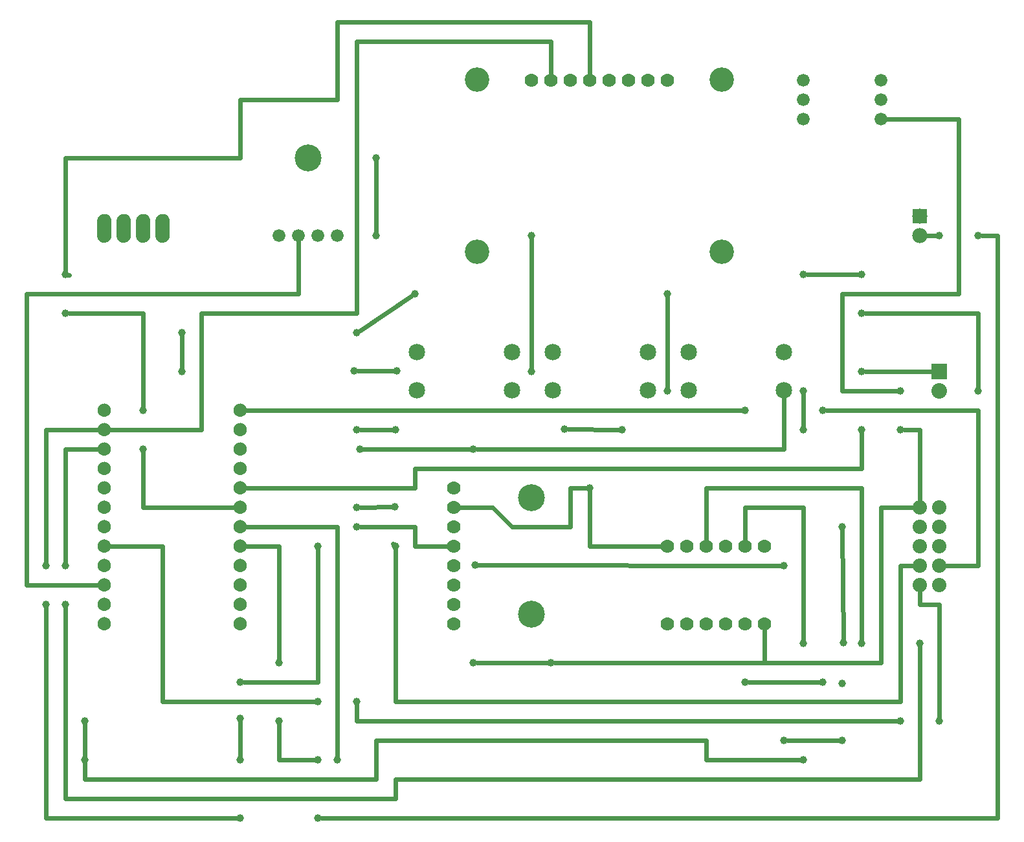
<source format=gtl>
G04 MADE WITH FRITZING*
G04 WWW.FRITZING.ORG*
G04 DOUBLE SIDED*
G04 HOLES PLATED*
G04 CONTOUR ON CENTER OF CONTOUR VECTOR*
%ASAXBY*%
%FSLAX23Y23*%
%MOIN*%
%OFA0B0*%
%SFA1.0B1.0*%
%ADD10C,0.039370*%
%ADD11C,0.074000*%
%ADD12C,0.138425*%
%ADD13C,0.066000*%
%ADD14C,0.080000*%
%ADD15C,0.073667*%
%ADD16C,0.070000*%
%ADD17C,0.068000*%
%ADD18C,0.085000*%
%ADD19C,0.078000*%
%ADD20C,0.125984*%
%ADD21R,0.080000X0.080000*%
%ADD22R,0.078000X0.078000*%
%ADD23C,0.024000*%
%ADD24R,0.001000X0.001000*%
%LNCOPPER1*%
G90*
G70*
G54D10*
X4296Y478D03*
X3996Y478D03*
X1796Y1578D03*
X1596Y1478D03*
X1196Y778D03*
X1196Y593D03*
X1196Y78D03*
X1196Y378D03*
X1996Y1478D03*
X196Y1378D03*
X196Y1178D03*
X4302Y981D03*
X3796Y778D03*
X4796Y578D03*
X4596Y578D03*
G54D11*
X496Y3078D03*
X496Y3078D03*
X596Y3078D03*
X596Y3078D03*
X696Y3078D03*
X696Y3078D03*
X796Y3078D03*
X796Y3078D03*
G54D10*
X4096Y2278D03*
X4096Y2078D03*
X4996Y2278D03*
X4396Y2878D03*
X4096Y2878D03*
X4396Y2678D03*
X2404Y1382D03*
X3996Y1378D03*
X4196Y778D03*
X4296Y1578D03*
X4296Y772D03*
X1796Y678D03*
X1596Y678D03*
X1696Y378D03*
X1796Y2078D03*
X1996Y2078D03*
X1993Y1682D03*
X1796Y1678D03*
X2396Y1978D03*
X1811Y1978D03*
X4396Y2378D03*
X4396Y2078D03*
X4096Y378D03*
X4096Y978D03*
X4596Y2078D03*
X4596Y2278D03*
X696Y2178D03*
X696Y1978D03*
X296Y2878D03*
X296Y2678D03*
X4196Y2178D03*
X3796Y2178D03*
X2996Y1778D03*
X2696Y3078D03*
X2696Y2378D03*
X2865Y2082D03*
X3161Y2078D03*
X1396Y878D03*
X1396Y578D03*
X1596Y378D03*
X1596Y78D03*
X4996Y3078D03*
X4796Y3078D03*
X396Y578D03*
X396Y378D03*
X896Y2378D03*
X896Y2578D03*
X1796Y2578D03*
X2096Y2778D03*
X3396Y2778D03*
X3396Y2278D03*
X1896Y3478D03*
X1896Y3078D03*
X2396Y878D03*
X2796Y878D03*
X1783Y2382D03*
X2001Y2382D03*
X296Y1378D03*
X296Y1178D03*
X4396Y978D03*
X4696Y978D03*
G54D12*
X1546Y3478D03*
G54D13*
X1696Y3078D03*
X1596Y3078D03*
X1496Y3078D03*
X1396Y3078D03*
G54D14*
X4796Y2378D03*
X4796Y2278D03*
G54D15*
X4696Y1678D03*
X4796Y1678D03*
X4696Y1578D03*
X4796Y1578D03*
X4696Y1478D03*
X4796Y1478D03*
X4696Y1378D03*
X4796Y1378D03*
X4696Y1278D03*
X4796Y1278D03*
G54D16*
X3496Y1478D03*
X3596Y1478D03*
X3696Y1478D03*
X3796Y1478D03*
X3896Y1478D03*
X3396Y1078D03*
X3496Y1078D03*
X3596Y1078D03*
X3696Y1078D03*
X3796Y1078D03*
X3896Y1078D03*
X3396Y1478D03*
G54D17*
X496Y1978D03*
X496Y1878D03*
X496Y2078D03*
X496Y2178D03*
X496Y1778D03*
X496Y1678D03*
X496Y1578D03*
X496Y1478D03*
X496Y1378D03*
X496Y1278D03*
X496Y1178D03*
X496Y1078D03*
X1196Y1878D03*
X1196Y1978D03*
X1196Y2078D03*
X1196Y2178D03*
X1196Y1778D03*
X1196Y1678D03*
X1196Y1578D03*
X1196Y1478D03*
X1196Y1278D03*
X1196Y1378D03*
X1196Y1178D03*
X1196Y1078D03*
G54D18*
X3504Y2478D03*
X3504Y2281D03*
X3996Y2281D03*
X3996Y2478D03*
X3504Y2478D03*
X3504Y2281D03*
X3996Y2281D03*
X3996Y2478D03*
X2804Y2478D03*
X2804Y2281D03*
X3296Y2281D03*
X3296Y2478D03*
X2804Y2478D03*
X2804Y2281D03*
X3296Y2281D03*
X3296Y2478D03*
X2104Y2478D03*
X2104Y2281D03*
X2596Y2281D03*
X2596Y2478D03*
X2104Y2478D03*
X2104Y2281D03*
X2596Y2281D03*
X2596Y2478D03*
G54D13*
X4496Y3878D03*
X4496Y3778D03*
X4496Y3678D03*
X4096Y3678D03*
X4096Y3778D03*
X4096Y3878D03*
G54D19*
X4696Y3178D03*
X4696Y3078D03*
G54D16*
X2796Y3878D03*
X3396Y3878D03*
G54D20*
X2416Y2995D03*
G54D16*
X2896Y3878D03*
G54D20*
X2416Y3881D03*
G54D16*
X2996Y3878D03*
G54D20*
X3676Y3881D03*
G54D16*
X3096Y3878D03*
G54D20*
X3676Y2995D03*
G54D16*
X3196Y3878D03*
X3296Y3878D03*
X2696Y3878D03*
G54D12*
X2696Y1128D03*
G54D16*
X2296Y1078D03*
X2296Y1178D03*
X2296Y1278D03*
X2296Y1378D03*
G54D12*
X2696Y1728D03*
G54D16*
X2296Y1478D03*
X2296Y1578D03*
X2296Y1678D03*
X2296Y1778D03*
G54D21*
X4796Y2378D03*
G54D22*
X4696Y3178D03*
G54D23*
X4277Y478D02*
X4015Y478D01*
D02*
X196Y1159D02*
X196Y78D01*
D02*
X1196Y397D02*
X1196Y574D01*
D02*
X2096Y1478D02*
X2265Y1478D01*
D02*
X2096Y1578D02*
X2096Y1478D01*
D02*
X1215Y778D02*
X1596Y778D01*
D02*
X1596Y778D02*
X1596Y1459D01*
D02*
X196Y2078D02*
X196Y1397D01*
D02*
X196Y78D02*
X1177Y78D01*
D02*
X1815Y1578D02*
X2096Y1578D01*
D02*
X467Y2078D02*
X196Y2078D01*
D02*
X1983Y1491D02*
X1996Y1478D01*
D02*
X4177Y778D02*
X3815Y778D01*
D02*
X4096Y2259D02*
X4096Y2097D01*
D02*
X4115Y2878D02*
X4377Y2878D01*
D02*
X4996Y2678D02*
X4415Y2678D01*
D02*
X4996Y2297D02*
X4996Y2678D01*
D02*
X3977Y1378D02*
X2423Y1382D01*
D02*
X4296Y1559D02*
X4302Y1000D01*
D02*
X1696Y1578D02*
X1696Y397D01*
D02*
X1225Y1578D02*
X1696Y1578D01*
D02*
X1977Y2078D02*
X1815Y2078D01*
D02*
X1815Y1678D02*
X1974Y1681D01*
D02*
X4596Y678D02*
X4396Y678D01*
D02*
X4596Y1078D02*
X4596Y678D01*
D02*
X4596Y1378D02*
X4596Y1078D01*
D02*
X1996Y678D02*
X1996Y1478D01*
D02*
X4396Y678D02*
X1996Y678D01*
D02*
X4665Y1378D02*
X4596Y1378D01*
D02*
X2377Y1978D02*
X1830Y1978D01*
D02*
X4415Y2378D02*
X4796Y2378D01*
D02*
X4615Y2078D02*
X4696Y2078D01*
D02*
X4696Y2078D02*
X4696Y1709D01*
D02*
X4296Y2278D02*
X4577Y2278D01*
D02*
X4296Y2778D02*
X4296Y2278D01*
D02*
X4896Y2778D02*
X4296Y2778D01*
D02*
X4527Y3678D02*
X4896Y3678D01*
D02*
X4896Y3678D02*
X4896Y2778D01*
D02*
X4096Y1678D02*
X3796Y1678D01*
D02*
X4596Y1678D02*
X4665Y1678D01*
D02*
X4496Y1678D02*
X4596Y1678D01*
D02*
X4496Y878D02*
X4496Y1678D01*
D02*
X3896Y878D02*
X4496Y878D01*
D02*
X3896Y1047D02*
X3896Y878D01*
D02*
X3796Y1678D02*
X3796Y1509D01*
D02*
X696Y1678D02*
X1167Y1678D01*
D02*
X3596Y478D02*
X3596Y378D01*
D02*
X1896Y478D02*
X3596Y478D01*
D02*
X1796Y278D02*
X1896Y278D01*
D02*
X396Y359D02*
X396Y278D01*
D02*
X396Y278D02*
X1796Y278D01*
D02*
X3196Y878D02*
X2815Y878D01*
D02*
X3896Y878D02*
X3196Y878D01*
D02*
X4096Y997D02*
X4096Y1678D01*
D02*
X3896Y1047D02*
X3896Y878D01*
D02*
X2884Y2082D02*
X3142Y2078D01*
D02*
X2696Y2397D02*
X2696Y3059D01*
D02*
X3365Y1478D02*
X2996Y1478D01*
D02*
X2996Y1478D02*
X2996Y1759D01*
D02*
X2996Y4178D02*
X1696Y4178D01*
D02*
X1696Y4178D02*
X1696Y3778D01*
D02*
X1196Y3478D02*
X296Y3478D01*
D02*
X1196Y3778D02*
X1196Y3478D01*
D02*
X1696Y3778D02*
X1196Y3778D01*
D02*
X296Y2878D02*
X315Y2876D01*
D02*
X296Y3478D02*
X296Y2878D01*
D02*
X315Y2678D02*
X696Y2678D01*
D02*
X696Y2678D02*
X696Y2197D01*
D02*
X696Y1959D02*
X696Y1678D01*
D02*
X2996Y3909D02*
X2996Y4178D01*
D02*
X3996Y1978D02*
X2415Y1978D01*
D02*
X5096Y3078D02*
X5096Y78D01*
D02*
X5015Y3078D02*
X5096Y3078D01*
D02*
X5096Y78D02*
X1615Y78D01*
D02*
X3996Y2246D02*
X3996Y1978D01*
D02*
X4726Y3078D02*
X4777Y3078D01*
D02*
X1396Y378D02*
X1577Y378D01*
D02*
X1396Y578D02*
X1396Y378D01*
D02*
X1225Y1478D02*
X1396Y1478D01*
D02*
X1396Y1478D02*
X1396Y897D01*
D02*
X2596Y1578D02*
X2496Y1678D01*
D02*
X2496Y1678D02*
X2327Y1678D01*
D02*
X2896Y1578D02*
X2596Y1578D01*
D02*
X2896Y1778D02*
X2896Y1578D01*
D02*
X2977Y1778D02*
X2896Y1778D01*
D02*
X4996Y1378D02*
X4796Y1378D01*
D02*
X4996Y2178D02*
X4996Y1378D01*
D02*
X4215Y2178D02*
X4996Y2178D01*
D02*
X1225Y2178D02*
X3777Y2178D01*
D02*
X3396Y2297D02*
X3396Y2759D01*
D02*
X2080Y2767D02*
X1812Y2588D01*
D02*
X896Y2559D02*
X896Y2397D01*
D02*
X396Y559D02*
X396Y397D01*
D02*
X4396Y1878D02*
X4396Y2059D01*
D02*
X2096Y1878D02*
X4396Y1878D01*
D02*
X2096Y1778D02*
X2096Y1878D01*
D02*
X1225Y1778D02*
X2096Y1778D01*
D02*
X2777Y878D02*
X2415Y878D01*
D02*
X1896Y3097D02*
X1896Y3459D01*
D02*
X4396Y997D02*
X4396Y1778D01*
D02*
X4396Y1778D02*
X3596Y1778D01*
D02*
X3596Y1778D02*
X3596Y1509D01*
D02*
X4696Y278D02*
X4696Y959D01*
D02*
X1996Y178D02*
X1996Y278D01*
D02*
X1996Y278D02*
X4696Y278D01*
D02*
X296Y178D02*
X1996Y178D01*
D02*
X296Y1159D02*
X296Y178D01*
D02*
X296Y1978D02*
X296Y1397D01*
D02*
X1982Y2382D02*
X1802Y2382D01*
D02*
X467Y1978D02*
X296Y1978D01*
D02*
X2796Y4078D02*
X1796Y4078D01*
D02*
X1796Y2678D02*
X996Y2678D01*
D02*
X1796Y4078D02*
X1796Y2678D01*
D02*
X996Y2678D02*
X996Y2278D01*
D02*
X996Y2278D02*
X996Y2078D01*
D02*
X996Y2078D02*
X525Y2078D01*
D02*
X2796Y3909D02*
X2796Y4078D01*
D02*
X96Y1278D02*
X467Y1278D01*
D02*
X96Y2778D02*
X96Y1278D01*
D02*
X1496Y2778D02*
X96Y2778D01*
D02*
X1496Y3047D02*
X1496Y2778D01*
D02*
X4696Y1178D02*
X4696Y1247D01*
D02*
X4796Y1178D02*
X4696Y1178D01*
D02*
X4796Y597D02*
X4796Y1178D01*
D02*
X1796Y659D02*
X1796Y578D01*
D02*
X796Y678D02*
X1596Y678D01*
D02*
X796Y1478D02*
X796Y678D01*
D02*
X525Y1478D02*
X796Y1478D01*
D02*
X3596Y378D02*
X4077Y378D01*
D02*
X1896Y278D02*
X1896Y478D01*
D02*
X1796Y578D02*
X4577Y578D01*
G54D24*
X488Y3189D02*
X503Y3189D01*
X588Y3189D02*
X603Y3189D01*
X688Y3189D02*
X703Y3189D01*
X788Y3189D02*
X803Y3189D01*
X485Y3188D02*
X507Y3188D01*
X584Y3188D02*
X607Y3188D01*
X684Y3188D02*
X707Y3188D01*
X784Y3188D02*
X807Y3188D01*
X482Y3187D02*
X510Y3187D01*
X582Y3187D02*
X610Y3187D01*
X682Y3187D02*
X710Y3187D01*
X782Y3187D02*
X810Y3187D01*
X480Y3186D02*
X512Y3186D01*
X580Y3186D02*
X612Y3186D01*
X680Y3186D02*
X712Y3186D01*
X780Y3186D02*
X812Y3186D01*
X478Y3185D02*
X514Y3185D01*
X578Y3185D02*
X614Y3185D01*
X678Y3185D02*
X714Y3185D01*
X778Y3185D02*
X814Y3185D01*
X476Y3184D02*
X515Y3184D01*
X576Y3184D02*
X615Y3184D01*
X676Y3184D02*
X715Y3184D01*
X776Y3184D02*
X815Y3184D01*
X475Y3183D02*
X517Y3183D01*
X575Y3183D02*
X617Y3183D01*
X675Y3183D02*
X717Y3183D01*
X775Y3183D02*
X817Y3183D01*
X473Y3182D02*
X518Y3182D01*
X573Y3182D02*
X618Y3182D01*
X673Y3182D02*
X718Y3182D01*
X773Y3182D02*
X818Y3182D01*
X472Y3181D02*
X519Y3181D01*
X572Y3181D02*
X619Y3181D01*
X672Y3181D02*
X719Y3181D01*
X772Y3181D02*
X819Y3181D01*
X471Y3180D02*
X520Y3180D01*
X571Y3180D02*
X620Y3180D01*
X671Y3180D02*
X720Y3180D01*
X771Y3180D02*
X820Y3180D01*
X470Y3179D02*
X521Y3179D01*
X570Y3179D02*
X621Y3179D01*
X670Y3179D02*
X721Y3179D01*
X770Y3179D02*
X821Y3179D01*
X469Y3178D02*
X522Y3178D01*
X569Y3178D02*
X622Y3178D01*
X669Y3178D02*
X722Y3178D01*
X769Y3178D02*
X822Y3178D01*
X468Y3177D02*
X523Y3177D01*
X568Y3177D02*
X623Y3177D01*
X668Y3177D02*
X723Y3177D01*
X768Y3177D02*
X823Y3177D01*
X467Y3176D02*
X524Y3176D01*
X567Y3176D02*
X624Y3176D01*
X667Y3176D02*
X724Y3176D01*
X767Y3176D02*
X824Y3176D01*
X467Y3175D02*
X525Y3175D01*
X567Y3175D02*
X625Y3175D01*
X667Y3175D02*
X725Y3175D01*
X767Y3175D02*
X825Y3175D01*
X466Y3174D02*
X526Y3174D01*
X566Y3174D02*
X626Y3174D01*
X666Y3174D02*
X726Y3174D01*
X766Y3174D02*
X826Y3174D01*
X465Y3173D02*
X526Y3173D01*
X565Y3173D02*
X626Y3173D01*
X665Y3173D02*
X726Y3173D01*
X765Y3173D02*
X826Y3173D01*
X465Y3172D02*
X527Y3172D01*
X565Y3172D02*
X627Y3172D01*
X665Y3172D02*
X727Y3172D01*
X764Y3172D02*
X827Y3172D01*
X464Y3171D02*
X527Y3171D01*
X564Y3171D02*
X627Y3171D01*
X664Y3171D02*
X727Y3171D01*
X764Y3171D02*
X827Y3171D01*
X463Y3170D02*
X528Y3170D01*
X563Y3170D02*
X628Y3170D01*
X663Y3170D02*
X728Y3170D01*
X763Y3170D02*
X828Y3170D01*
X463Y3169D02*
X528Y3169D01*
X563Y3169D02*
X628Y3169D01*
X663Y3169D02*
X728Y3169D01*
X763Y3169D02*
X828Y3169D01*
X462Y3168D02*
X529Y3168D01*
X562Y3168D02*
X629Y3168D01*
X662Y3168D02*
X729Y3168D01*
X762Y3168D02*
X829Y3168D01*
X462Y3167D02*
X529Y3167D01*
X562Y3167D02*
X629Y3167D01*
X662Y3167D02*
X729Y3167D01*
X762Y3167D02*
X829Y3167D01*
X462Y3166D02*
X530Y3166D01*
X562Y3166D02*
X630Y3166D01*
X662Y3166D02*
X730Y3166D01*
X762Y3166D02*
X830Y3166D01*
X461Y3165D02*
X530Y3165D01*
X561Y3165D02*
X630Y3165D01*
X661Y3165D02*
X730Y3165D01*
X761Y3165D02*
X830Y3165D01*
X461Y3164D02*
X530Y3164D01*
X561Y3164D02*
X630Y3164D01*
X661Y3164D02*
X730Y3164D01*
X761Y3164D02*
X830Y3164D01*
X461Y3163D02*
X531Y3163D01*
X561Y3163D02*
X631Y3163D01*
X661Y3163D02*
X731Y3163D01*
X761Y3163D02*
X831Y3163D01*
X460Y3162D02*
X531Y3162D01*
X560Y3162D02*
X631Y3162D01*
X660Y3162D02*
X731Y3162D01*
X760Y3162D02*
X831Y3162D01*
X460Y3161D02*
X531Y3161D01*
X560Y3161D02*
X631Y3161D01*
X660Y3161D02*
X731Y3161D01*
X760Y3161D02*
X831Y3161D01*
X460Y3160D02*
X532Y3160D01*
X560Y3160D02*
X631Y3160D01*
X660Y3160D02*
X731Y3160D01*
X760Y3160D02*
X831Y3160D01*
X460Y3159D02*
X532Y3159D01*
X560Y3159D02*
X632Y3159D01*
X660Y3159D02*
X732Y3159D01*
X760Y3159D02*
X832Y3159D01*
X460Y3158D02*
X532Y3158D01*
X560Y3158D02*
X632Y3158D01*
X660Y3158D02*
X732Y3158D01*
X760Y3158D02*
X832Y3158D01*
X459Y3157D02*
X532Y3157D01*
X559Y3157D02*
X632Y3157D01*
X659Y3157D02*
X732Y3157D01*
X759Y3157D02*
X832Y3157D01*
X459Y3156D02*
X532Y3156D01*
X559Y3156D02*
X632Y3156D01*
X659Y3156D02*
X732Y3156D01*
X759Y3156D02*
X832Y3156D01*
X459Y3155D02*
X532Y3155D01*
X559Y3155D02*
X632Y3155D01*
X659Y3155D02*
X732Y3155D01*
X759Y3155D02*
X832Y3155D01*
X459Y3154D02*
X532Y3154D01*
X559Y3154D02*
X632Y3154D01*
X659Y3154D02*
X732Y3154D01*
X759Y3154D02*
X832Y3154D01*
X459Y3153D02*
X532Y3153D01*
X559Y3153D02*
X632Y3153D01*
X659Y3153D02*
X732Y3153D01*
X759Y3153D02*
X832Y3153D01*
X459Y3152D02*
X532Y3152D01*
X559Y3152D02*
X632Y3152D01*
X659Y3152D02*
X732Y3152D01*
X759Y3152D02*
X832Y3152D01*
X459Y3151D02*
X532Y3151D01*
X559Y3151D02*
X632Y3151D01*
X659Y3151D02*
X732Y3151D01*
X759Y3151D02*
X832Y3151D01*
X459Y3150D02*
X532Y3150D01*
X559Y3150D02*
X632Y3150D01*
X659Y3150D02*
X732Y3150D01*
X759Y3150D02*
X832Y3150D01*
X459Y3149D02*
X532Y3149D01*
X559Y3149D02*
X632Y3149D01*
X659Y3149D02*
X732Y3149D01*
X759Y3149D02*
X832Y3149D01*
X459Y3148D02*
X532Y3148D01*
X559Y3148D02*
X632Y3148D01*
X659Y3148D02*
X732Y3148D01*
X759Y3148D02*
X832Y3148D01*
X459Y3147D02*
X532Y3147D01*
X559Y3147D02*
X632Y3147D01*
X659Y3147D02*
X732Y3147D01*
X759Y3147D02*
X832Y3147D01*
X459Y3146D02*
X532Y3146D01*
X559Y3146D02*
X632Y3146D01*
X659Y3146D02*
X732Y3146D01*
X759Y3146D02*
X832Y3146D01*
X459Y3145D02*
X532Y3145D01*
X559Y3145D02*
X632Y3145D01*
X659Y3145D02*
X732Y3145D01*
X759Y3145D02*
X832Y3145D01*
X459Y3144D02*
X532Y3144D01*
X559Y3144D02*
X632Y3144D01*
X659Y3144D02*
X732Y3144D01*
X759Y3144D02*
X832Y3144D01*
X459Y3143D02*
X532Y3143D01*
X559Y3143D02*
X632Y3143D01*
X659Y3143D02*
X732Y3143D01*
X759Y3143D02*
X832Y3143D01*
X459Y3142D02*
X532Y3142D01*
X559Y3142D02*
X632Y3142D01*
X659Y3142D02*
X732Y3142D01*
X759Y3142D02*
X832Y3142D01*
X459Y3141D02*
X532Y3141D01*
X559Y3141D02*
X632Y3141D01*
X659Y3141D02*
X732Y3141D01*
X759Y3141D02*
X832Y3141D01*
X459Y3140D02*
X532Y3140D01*
X559Y3140D02*
X632Y3140D01*
X659Y3140D02*
X732Y3140D01*
X759Y3140D02*
X832Y3140D01*
X459Y3139D02*
X532Y3139D01*
X559Y3139D02*
X632Y3139D01*
X659Y3139D02*
X732Y3139D01*
X759Y3139D02*
X832Y3139D01*
X459Y3138D02*
X532Y3138D01*
X559Y3138D02*
X632Y3138D01*
X659Y3138D02*
X732Y3138D01*
X759Y3138D02*
X832Y3138D01*
X459Y3137D02*
X532Y3137D01*
X559Y3137D02*
X632Y3137D01*
X659Y3137D02*
X732Y3137D01*
X759Y3137D02*
X832Y3137D01*
X459Y3136D02*
X532Y3136D01*
X559Y3136D02*
X632Y3136D01*
X659Y3136D02*
X732Y3136D01*
X759Y3136D02*
X832Y3136D01*
X459Y3135D02*
X532Y3135D01*
X559Y3135D02*
X632Y3135D01*
X659Y3135D02*
X732Y3135D01*
X759Y3135D02*
X832Y3135D01*
X459Y3134D02*
X532Y3134D01*
X559Y3134D02*
X632Y3134D01*
X659Y3134D02*
X732Y3134D01*
X759Y3134D02*
X832Y3134D01*
X459Y3133D02*
X532Y3133D01*
X559Y3133D02*
X632Y3133D01*
X659Y3133D02*
X732Y3133D01*
X759Y3133D02*
X832Y3133D01*
X459Y3132D02*
X532Y3132D01*
X559Y3132D02*
X632Y3132D01*
X659Y3132D02*
X732Y3132D01*
X759Y3132D02*
X832Y3132D01*
X459Y3131D02*
X532Y3131D01*
X559Y3131D02*
X632Y3131D01*
X659Y3131D02*
X732Y3131D01*
X759Y3131D02*
X832Y3131D01*
X459Y3130D02*
X532Y3130D01*
X559Y3130D02*
X632Y3130D01*
X659Y3130D02*
X732Y3130D01*
X759Y3130D02*
X832Y3130D01*
X459Y3129D02*
X532Y3129D01*
X559Y3129D02*
X632Y3129D01*
X659Y3129D02*
X732Y3129D01*
X759Y3129D02*
X832Y3129D01*
X459Y3128D02*
X532Y3128D01*
X559Y3128D02*
X632Y3128D01*
X659Y3128D02*
X732Y3128D01*
X759Y3128D02*
X832Y3128D01*
X459Y3127D02*
X532Y3127D01*
X559Y3127D02*
X632Y3127D01*
X659Y3127D02*
X732Y3127D01*
X759Y3127D02*
X832Y3127D01*
X459Y3126D02*
X532Y3126D01*
X559Y3126D02*
X632Y3126D01*
X659Y3126D02*
X732Y3126D01*
X759Y3126D02*
X832Y3126D01*
X459Y3125D02*
X532Y3125D01*
X559Y3125D02*
X632Y3125D01*
X659Y3125D02*
X732Y3125D01*
X759Y3125D02*
X832Y3125D01*
X459Y3124D02*
X532Y3124D01*
X559Y3124D02*
X632Y3124D01*
X659Y3124D02*
X732Y3124D01*
X759Y3124D02*
X832Y3124D01*
X459Y3123D02*
X532Y3123D01*
X559Y3123D02*
X632Y3123D01*
X659Y3123D02*
X732Y3123D01*
X759Y3123D02*
X832Y3123D01*
X459Y3122D02*
X532Y3122D01*
X559Y3122D02*
X632Y3122D01*
X659Y3122D02*
X732Y3122D01*
X759Y3122D02*
X832Y3122D01*
X459Y3121D02*
X532Y3121D01*
X559Y3121D02*
X632Y3121D01*
X659Y3121D02*
X732Y3121D01*
X759Y3121D02*
X832Y3121D01*
X459Y3120D02*
X532Y3120D01*
X559Y3120D02*
X632Y3120D01*
X659Y3120D02*
X732Y3120D01*
X759Y3120D02*
X832Y3120D01*
X459Y3119D02*
X532Y3119D01*
X559Y3119D02*
X632Y3119D01*
X659Y3119D02*
X732Y3119D01*
X759Y3119D02*
X832Y3119D01*
X459Y3118D02*
X532Y3118D01*
X559Y3118D02*
X632Y3118D01*
X659Y3118D02*
X732Y3118D01*
X759Y3118D02*
X832Y3118D01*
X459Y3117D02*
X532Y3117D01*
X559Y3117D02*
X632Y3117D01*
X659Y3117D02*
X732Y3117D01*
X759Y3117D02*
X832Y3117D01*
X459Y3116D02*
X532Y3116D01*
X559Y3116D02*
X632Y3116D01*
X659Y3116D02*
X732Y3116D01*
X759Y3116D02*
X832Y3116D01*
X459Y3115D02*
X532Y3115D01*
X559Y3115D02*
X632Y3115D01*
X659Y3115D02*
X732Y3115D01*
X759Y3115D02*
X832Y3115D01*
X459Y3114D02*
X532Y3114D01*
X559Y3114D02*
X632Y3114D01*
X659Y3114D02*
X732Y3114D01*
X759Y3114D02*
X832Y3114D01*
X459Y3113D02*
X532Y3113D01*
X559Y3113D02*
X632Y3113D01*
X659Y3113D02*
X732Y3113D01*
X759Y3113D02*
X832Y3113D01*
X459Y3112D02*
X532Y3112D01*
X559Y3112D02*
X632Y3112D01*
X659Y3112D02*
X732Y3112D01*
X759Y3112D02*
X832Y3112D01*
X459Y3111D02*
X532Y3111D01*
X559Y3111D02*
X632Y3111D01*
X659Y3111D02*
X732Y3111D01*
X759Y3111D02*
X832Y3111D01*
X459Y3110D02*
X532Y3110D01*
X559Y3110D02*
X632Y3110D01*
X659Y3110D02*
X732Y3110D01*
X759Y3110D02*
X832Y3110D01*
X459Y3109D02*
X532Y3109D01*
X559Y3109D02*
X632Y3109D01*
X659Y3109D02*
X732Y3109D01*
X759Y3109D02*
X832Y3109D01*
X459Y3108D02*
X532Y3108D01*
X559Y3108D02*
X632Y3108D01*
X659Y3108D02*
X732Y3108D01*
X759Y3108D02*
X832Y3108D01*
X459Y3107D02*
X532Y3107D01*
X559Y3107D02*
X632Y3107D01*
X659Y3107D02*
X732Y3107D01*
X759Y3107D02*
X832Y3107D01*
X459Y3106D02*
X532Y3106D01*
X559Y3106D02*
X632Y3106D01*
X659Y3106D02*
X732Y3106D01*
X759Y3106D02*
X832Y3106D01*
X459Y3105D02*
X532Y3105D01*
X559Y3105D02*
X632Y3105D01*
X659Y3105D02*
X732Y3105D01*
X759Y3105D02*
X832Y3105D01*
X459Y3104D02*
X532Y3104D01*
X559Y3104D02*
X632Y3104D01*
X659Y3104D02*
X732Y3104D01*
X759Y3104D02*
X832Y3104D01*
X459Y3103D02*
X532Y3103D01*
X559Y3103D02*
X632Y3103D01*
X659Y3103D02*
X732Y3103D01*
X759Y3103D02*
X832Y3103D01*
X459Y3102D02*
X532Y3102D01*
X559Y3102D02*
X632Y3102D01*
X659Y3102D02*
X732Y3102D01*
X759Y3102D02*
X832Y3102D01*
X459Y3101D02*
X532Y3101D01*
X559Y3101D02*
X632Y3101D01*
X659Y3101D02*
X732Y3101D01*
X759Y3101D02*
X832Y3101D01*
X459Y3100D02*
X489Y3100D01*
X502Y3100D02*
X532Y3100D01*
X559Y3100D02*
X589Y3100D01*
X602Y3100D02*
X632Y3100D01*
X659Y3100D02*
X689Y3100D01*
X702Y3100D02*
X732Y3100D01*
X759Y3100D02*
X789Y3100D01*
X802Y3100D02*
X832Y3100D01*
X459Y3099D02*
X486Y3099D01*
X505Y3099D02*
X532Y3099D01*
X559Y3099D02*
X586Y3099D01*
X605Y3099D02*
X632Y3099D01*
X659Y3099D02*
X686Y3099D01*
X705Y3099D02*
X732Y3099D01*
X759Y3099D02*
X786Y3099D01*
X805Y3099D02*
X832Y3099D01*
X459Y3098D02*
X484Y3098D01*
X507Y3098D02*
X532Y3098D01*
X559Y3098D02*
X584Y3098D01*
X607Y3098D02*
X632Y3098D01*
X659Y3098D02*
X684Y3098D01*
X707Y3098D02*
X732Y3098D01*
X759Y3098D02*
X784Y3098D01*
X807Y3098D02*
X832Y3098D01*
X459Y3097D02*
X483Y3097D01*
X509Y3097D02*
X532Y3097D01*
X559Y3097D02*
X583Y3097D01*
X609Y3097D02*
X632Y3097D01*
X659Y3097D02*
X683Y3097D01*
X709Y3097D02*
X732Y3097D01*
X759Y3097D02*
X783Y3097D01*
X809Y3097D02*
X832Y3097D01*
X459Y3096D02*
X481Y3096D01*
X510Y3096D02*
X532Y3096D01*
X559Y3096D02*
X581Y3096D01*
X610Y3096D02*
X632Y3096D01*
X659Y3096D02*
X681Y3096D01*
X710Y3096D02*
X732Y3096D01*
X759Y3096D02*
X781Y3096D01*
X810Y3096D02*
X832Y3096D01*
X459Y3095D02*
X480Y3095D01*
X511Y3095D02*
X532Y3095D01*
X559Y3095D02*
X580Y3095D01*
X611Y3095D02*
X632Y3095D01*
X659Y3095D02*
X680Y3095D01*
X711Y3095D02*
X732Y3095D01*
X759Y3095D02*
X780Y3095D01*
X811Y3095D02*
X832Y3095D01*
X459Y3094D02*
X479Y3094D01*
X512Y3094D02*
X532Y3094D01*
X559Y3094D02*
X579Y3094D01*
X612Y3094D02*
X632Y3094D01*
X659Y3094D02*
X679Y3094D01*
X712Y3094D02*
X732Y3094D01*
X759Y3094D02*
X779Y3094D01*
X812Y3094D02*
X832Y3094D01*
X459Y3093D02*
X478Y3093D01*
X513Y3093D02*
X532Y3093D01*
X559Y3093D02*
X578Y3093D01*
X613Y3093D02*
X632Y3093D01*
X659Y3093D02*
X678Y3093D01*
X713Y3093D02*
X732Y3093D01*
X759Y3093D02*
X778Y3093D01*
X813Y3093D02*
X832Y3093D01*
X459Y3092D02*
X478Y3092D01*
X514Y3092D02*
X532Y3092D01*
X559Y3092D02*
X578Y3092D01*
X614Y3092D02*
X632Y3092D01*
X659Y3092D02*
X678Y3092D01*
X714Y3092D02*
X732Y3092D01*
X759Y3092D02*
X778Y3092D01*
X814Y3092D02*
X832Y3092D01*
X459Y3091D02*
X477Y3091D01*
X515Y3091D02*
X532Y3091D01*
X559Y3091D02*
X577Y3091D01*
X615Y3091D02*
X632Y3091D01*
X659Y3091D02*
X677Y3091D01*
X715Y3091D02*
X732Y3091D01*
X759Y3091D02*
X777Y3091D01*
X815Y3091D02*
X832Y3091D01*
X459Y3090D02*
X476Y3090D01*
X515Y3090D02*
X532Y3090D01*
X559Y3090D02*
X576Y3090D01*
X615Y3090D02*
X632Y3090D01*
X659Y3090D02*
X676Y3090D01*
X715Y3090D02*
X732Y3090D01*
X759Y3090D02*
X776Y3090D01*
X815Y3090D02*
X832Y3090D01*
X459Y3089D02*
X476Y3089D01*
X516Y3089D02*
X532Y3089D01*
X559Y3089D02*
X576Y3089D01*
X616Y3089D02*
X632Y3089D01*
X659Y3089D02*
X676Y3089D01*
X716Y3089D02*
X732Y3089D01*
X759Y3089D02*
X776Y3089D01*
X816Y3089D02*
X832Y3089D01*
X459Y3088D02*
X475Y3088D01*
X516Y3088D02*
X532Y3088D01*
X559Y3088D02*
X575Y3088D01*
X616Y3088D02*
X632Y3088D01*
X659Y3088D02*
X675Y3088D01*
X716Y3088D02*
X732Y3088D01*
X759Y3088D02*
X775Y3088D01*
X816Y3088D02*
X832Y3088D01*
X459Y3087D02*
X475Y3087D01*
X517Y3087D02*
X532Y3087D01*
X559Y3087D02*
X575Y3087D01*
X617Y3087D02*
X632Y3087D01*
X659Y3087D02*
X675Y3087D01*
X717Y3087D02*
X732Y3087D01*
X759Y3087D02*
X775Y3087D01*
X817Y3087D02*
X832Y3087D01*
X459Y3086D02*
X474Y3086D01*
X517Y3086D02*
X532Y3086D01*
X559Y3086D02*
X574Y3086D01*
X617Y3086D02*
X632Y3086D01*
X659Y3086D02*
X674Y3086D01*
X717Y3086D02*
X732Y3086D01*
X759Y3086D02*
X774Y3086D01*
X817Y3086D02*
X832Y3086D01*
X459Y3085D02*
X474Y3085D01*
X517Y3085D02*
X532Y3085D01*
X559Y3085D02*
X574Y3085D01*
X617Y3085D02*
X632Y3085D01*
X659Y3085D02*
X674Y3085D01*
X717Y3085D02*
X732Y3085D01*
X759Y3085D02*
X774Y3085D01*
X817Y3085D02*
X832Y3085D01*
X459Y3084D02*
X474Y3084D01*
X518Y3084D02*
X532Y3084D01*
X559Y3084D02*
X574Y3084D01*
X618Y3084D02*
X632Y3084D01*
X659Y3084D02*
X674Y3084D01*
X718Y3084D02*
X732Y3084D01*
X759Y3084D02*
X774Y3084D01*
X818Y3084D02*
X832Y3084D01*
X459Y3083D02*
X474Y3083D01*
X518Y3083D02*
X532Y3083D01*
X559Y3083D02*
X574Y3083D01*
X618Y3083D02*
X632Y3083D01*
X659Y3083D02*
X674Y3083D01*
X718Y3083D02*
X732Y3083D01*
X759Y3083D02*
X774Y3083D01*
X818Y3083D02*
X832Y3083D01*
X459Y3082D02*
X473Y3082D01*
X518Y3082D02*
X532Y3082D01*
X559Y3082D02*
X573Y3082D01*
X618Y3082D02*
X632Y3082D01*
X659Y3082D02*
X673Y3082D01*
X718Y3082D02*
X732Y3082D01*
X759Y3082D02*
X773Y3082D01*
X818Y3082D02*
X832Y3082D01*
X459Y3081D02*
X473Y3081D01*
X518Y3081D02*
X532Y3081D01*
X559Y3081D02*
X573Y3081D01*
X618Y3081D02*
X632Y3081D01*
X659Y3081D02*
X673Y3081D01*
X718Y3081D02*
X732Y3081D01*
X759Y3081D02*
X773Y3081D01*
X818Y3081D02*
X832Y3081D01*
X459Y3080D02*
X473Y3080D01*
X518Y3080D02*
X532Y3080D01*
X559Y3080D02*
X573Y3080D01*
X618Y3080D02*
X632Y3080D01*
X659Y3080D02*
X673Y3080D01*
X718Y3080D02*
X732Y3080D01*
X759Y3080D02*
X773Y3080D01*
X818Y3080D02*
X832Y3080D01*
X459Y3079D02*
X473Y3079D01*
X518Y3079D02*
X532Y3079D01*
X559Y3079D02*
X573Y3079D01*
X618Y3079D02*
X632Y3079D01*
X659Y3079D02*
X673Y3079D01*
X718Y3079D02*
X732Y3079D01*
X759Y3079D02*
X773Y3079D01*
X818Y3079D02*
X832Y3079D01*
X459Y3078D02*
X473Y3078D01*
X518Y3078D02*
X532Y3078D01*
X559Y3078D02*
X573Y3078D01*
X618Y3078D02*
X632Y3078D01*
X659Y3078D02*
X673Y3078D01*
X718Y3078D02*
X732Y3078D01*
X759Y3078D02*
X773Y3078D01*
X818Y3078D02*
X832Y3078D01*
X459Y3077D02*
X473Y3077D01*
X518Y3077D02*
X532Y3077D01*
X559Y3077D02*
X573Y3077D01*
X618Y3077D02*
X632Y3077D01*
X659Y3077D02*
X673Y3077D01*
X718Y3077D02*
X732Y3077D01*
X759Y3077D02*
X773Y3077D01*
X818Y3077D02*
X832Y3077D01*
X459Y3076D02*
X473Y3076D01*
X518Y3076D02*
X532Y3076D01*
X559Y3076D02*
X573Y3076D01*
X618Y3076D02*
X632Y3076D01*
X659Y3076D02*
X673Y3076D01*
X718Y3076D02*
X732Y3076D01*
X759Y3076D02*
X773Y3076D01*
X818Y3076D02*
X832Y3076D01*
X459Y3075D02*
X474Y3075D01*
X518Y3075D02*
X532Y3075D01*
X559Y3075D02*
X574Y3075D01*
X618Y3075D02*
X632Y3075D01*
X659Y3075D02*
X674Y3075D01*
X718Y3075D02*
X732Y3075D01*
X759Y3075D02*
X774Y3075D01*
X818Y3075D02*
X832Y3075D01*
X460Y3074D02*
X474Y3074D01*
X518Y3074D02*
X532Y3074D01*
X560Y3074D02*
X574Y3074D01*
X618Y3074D02*
X632Y3074D01*
X660Y3074D02*
X674Y3074D01*
X718Y3074D02*
X732Y3074D01*
X760Y3074D02*
X774Y3074D01*
X818Y3074D02*
X832Y3074D01*
X460Y3073D02*
X474Y3073D01*
X517Y3073D02*
X532Y3073D01*
X560Y3073D02*
X574Y3073D01*
X617Y3073D02*
X632Y3073D01*
X660Y3073D02*
X674Y3073D01*
X717Y3073D02*
X732Y3073D01*
X760Y3073D02*
X774Y3073D01*
X817Y3073D02*
X832Y3073D01*
X460Y3072D02*
X474Y3072D01*
X517Y3072D02*
X532Y3072D01*
X560Y3072D02*
X574Y3072D01*
X617Y3072D02*
X632Y3072D01*
X660Y3072D02*
X674Y3072D01*
X717Y3072D02*
X732Y3072D01*
X760Y3072D02*
X774Y3072D01*
X817Y3072D02*
X831Y3072D01*
X460Y3071D02*
X475Y3071D01*
X517Y3071D02*
X531Y3071D01*
X560Y3071D02*
X575Y3071D01*
X617Y3071D02*
X631Y3071D01*
X660Y3071D02*
X675Y3071D01*
X717Y3071D02*
X731Y3071D01*
X760Y3071D02*
X775Y3071D01*
X817Y3071D02*
X831Y3071D01*
X460Y3070D02*
X475Y3070D01*
X516Y3070D02*
X531Y3070D01*
X560Y3070D02*
X575Y3070D01*
X616Y3070D02*
X631Y3070D01*
X660Y3070D02*
X675Y3070D01*
X716Y3070D02*
X731Y3070D01*
X760Y3070D02*
X775Y3070D01*
X816Y3070D02*
X831Y3070D01*
X461Y3069D02*
X476Y3069D01*
X516Y3069D02*
X531Y3069D01*
X561Y3069D02*
X576Y3069D01*
X616Y3069D02*
X631Y3069D01*
X661Y3069D02*
X676Y3069D01*
X716Y3069D02*
X731Y3069D01*
X761Y3069D02*
X776Y3069D01*
X816Y3069D02*
X831Y3069D01*
X461Y3068D02*
X476Y3068D01*
X515Y3068D02*
X531Y3068D01*
X561Y3068D02*
X576Y3068D01*
X615Y3068D02*
X631Y3068D01*
X661Y3068D02*
X676Y3068D01*
X715Y3068D02*
X731Y3068D01*
X761Y3068D02*
X776Y3068D01*
X815Y3068D02*
X830Y3068D01*
X461Y3067D02*
X477Y3067D01*
X515Y3067D02*
X530Y3067D01*
X561Y3067D02*
X577Y3067D01*
X615Y3067D02*
X630Y3067D01*
X661Y3067D02*
X677Y3067D01*
X715Y3067D02*
X730Y3067D01*
X761Y3067D02*
X777Y3067D01*
X815Y3067D02*
X830Y3067D01*
X462Y3066D02*
X477Y3066D01*
X514Y3066D02*
X530Y3066D01*
X562Y3066D02*
X577Y3066D01*
X614Y3066D02*
X630Y3066D01*
X662Y3066D02*
X677Y3066D01*
X714Y3066D02*
X730Y3066D01*
X762Y3066D02*
X777Y3066D01*
X814Y3066D02*
X830Y3066D01*
X462Y3065D02*
X478Y3065D01*
X513Y3065D02*
X529Y3065D01*
X562Y3065D02*
X578Y3065D01*
X613Y3065D02*
X629Y3065D01*
X662Y3065D02*
X678Y3065D01*
X713Y3065D02*
X729Y3065D01*
X762Y3065D02*
X778Y3065D01*
X813Y3065D02*
X829Y3065D01*
X462Y3064D02*
X479Y3064D01*
X512Y3064D02*
X529Y3064D01*
X562Y3064D02*
X579Y3064D01*
X612Y3064D02*
X629Y3064D01*
X662Y3064D02*
X679Y3064D01*
X712Y3064D02*
X729Y3064D01*
X762Y3064D02*
X779Y3064D01*
X812Y3064D02*
X829Y3064D01*
X463Y3063D02*
X480Y3063D01*
X511Y3063D02*
X529Y3063D01*
X563Y3063D02*
X580Y3063D01*
X611Y3063D02*
X629Y3063D01*
X663Y3063D02*
X680Y3063D01*
X711Y3063D02*
X729Y3063D01*
X763Y3063D02*
X780Y3063D01*
X811Y3063D02*
X829Y3063D01*
X463Y3062D02*
X481Y3062D01*
X510Y3062D02*
X528Y3062D01*
X563Y3062D02*
X581Y3062D01*
X610Y3062D02*
X628Y3062D01*
X663Y3062D02*
X681Y3062D01*
X710Y3062D02*
X728Y3062D01*
X763Y3062D02*
X781Y3062D01*
X810Y3062D02*
X828Y3062D01*
X464Y3061D02*
X483Y3061D01*
X509Y3061D02*
X528Y3061D01*
X564Y3061D02*
X583Y3061D01*
X609Y3061D02*
X628Y3061D01*
X664Y3061D02*
X683Y3061D01*
X709Y3061D02*
X728Y3061D01*
X764Y3061D02*
X783Y3061D01*
X809Y3061D02*
X828Y3061D01*
X464Y3060D02*
X484Y3060D01*
X507Y3060D02*
X527Y3060D01*
X564Y3060D02*
X584Y3060D01*
X607Y3060D02*
X627Y3060D01*
X664Y3060D02*
X684Y3060D01*
X707Y3060D02*
X727Y3060D01*
X764Y3060D02*
X784Y3060D01*
X807Y3060D02*
X827Y3060D01*
X465Y3059D02*
X486Y3059D01*
X505Y3059D02*
X526Y3059D01*
X565Y3059D02*
X586Y3059D01*
X605Y3059D02*
X626Y3059D01*
X665Y3059D02*
X686Y3059D01*
X705Y3059D02*
X726Y3059D01*
X765Y3059D02*
X786Y3059D01*
X805Y3059D02*
X826Y3059D01*
X466Y3058D02*
X489Y3058D01*
X503Y3058D02*
X526Y3058D01*
X566Y3058D02*
X589Y3058D01*
X603Y3058D02*
X626Y3058D01*
X666Y3058D02*
X689Y3058D01*
X703Y3058D02*
X726Y3058D01*
X766Y3058D02*
X789Y3058D01*
X803Y3058D02*
X826Y3058D01*
X466Y3057D02*
X494Y3057D01*
X497Y3057D02*
X525Y3057D01*
X566Y3057D02*
X594Y3057D01*
X597Y3057D02*
X625Y3057D01*
X666Y3057D02*
X694Y3057D01*
X697Y3057D02*
X725Y3057D01*
X766Y3057D02*
X794Y3057D01*
X797Y3057D02*
X825Y3057D01*
X467Y3056D02*
X524Y3056D01*
X567Y3056D02*
X624Y3056D01*
X667Y3056D02*
X724Y3056D01*
X767Y3056D02*
X824Y3056D01*
X468Y3055D02*
X523Y3055D01*
X568Y3055D02*
X623Y3055D01*
X668Y3055D02*
X723Y3055D01*
X768Y3055D02*
X823Y3055D01*
X469Y3054D02*
X522Y3054D01*
X569Y3054D02*
X622Y3054D01*
X669Y3054D02*
X722Y3054D01*
X769Y3054D02*
X822Y3054D01*
X470Y3053D02*
X522Y3053D01*
X570Y3053D02*
X622Y3053D01*
X670Y3053D02*
X722Y3053D01*
X770Y3053D02*
X822Y3053D01*
X471Y3052D02*
X520Y3052D01*
X571Y3052D02*
X620Y3052D01*
X671Y3052D02*
X720Y3052D01*
X771Y3052D02*
X820Y3052D01*
X472Y3051D02*
X519Y3051D01*
X572Y3051D02*
X619Y3051D01*
X672Y3051D02*
X719Y3051D01*
X772Y3051D02*
X819Y3051D01*
X473Y3050D02*
X518Y3050D01*
X573Y3050D02*
X618Y3050D01*
X673Y3050D02*
X718Y3050D01*
X773Y3050D02*
X818Y3050D01*
X475Y3049D02*
X517Y3049D01*
X575Y3049D02*
X617Y3049D01*
X674Y3049D02*
X717Y3049D01*
X774Y3049D02*
X817Y3049D01*
X476Y3048D02*
X515Y3048D01*
X576Y3048D02*
X615Y3048D01*
X676Y3048D02*
X715Y3048D01*
X776Y3048D02*
X815Y3048D01*
X478Y3047D02*
X514Y3047D01*
X578Y3047D02*
X614Y3047D01*
X678Y3047D02*
X714Y3047D01*
X778Y3047D02*
X814Y3047D01*
X479Y3046D02*
X512Y3046D01*
X579Y3046D02*
X612Y3046D01*
X679Y3046D02*
X712Y3046D01*
X779Y3046D02*
X812Y3046D01*
X481Y3045D02*
X510Y3045D01*
X581Y3045D02*
X610Y3045D01*
X681Y3045D02*
X710Y3045D01*
X781Y3045D02*
X810Y3045D01*
X484Y3044D02*
X507Y3044D01*
X584Y3044D02*
X607Y3044D01*
X684Y3044D02*
X707Y3044D01*
X784Y3044D02*
X807Y3044D01*
X488Y3043D02*
X504Y3043D01*
X588Y3043D02*
X604Y3043D01*
X688Y3043D02*
X704Y3043D01*
X787Y3043D02*
X804Y3043D01*
X495Y3042D02*
X496Y3042D01*
X595Y3042D02*
X596Y3042D01*
X695Y3042D02*
X696Y3042D01*
X795Y3042D02*
X796Y3042D01*
X495Y2213D02*
X497Y2213D01*
X1195Y2213D02*
X1197Y2213D01*
X488Y2212D02*
X503Y2212D01*
X1188Y2212D02*
X1203Y2212D01*
X485Y2211D02*
X506Y2211D01*
X1184Y2211D02*
X1206Y2211D01*
X482Y2210D02*
X509Y2210D01*
X1182Y2210D02*
X1209Y2210D01*
X480Y2209D02*
X511Y2209D01*
X1180Y2209D02*
X1211Y2209D01*
X478Y2208D02*
X513Y2208D01*
X1178Y2208D02*
X1213Y2208D01*
X476Y2207D02*
X515Y2207D01*
X1176Y2207D02*
X1214Y2207D01*
X475Y2206D02*
X516Y2206D01*
X1175Y2206D02*
X1216Y2206D01*
X474Y2205D02*
X517Y2205D01*
X1174Y2205D02*
X1217Y2205D01*
X473Y2204D02*
X518Y2204D01*
X1173Y2204D02*
X1218Y2204D01*
X472Y2203D02*
X519Y2203D01*
X1171Y2203D02*
X1219Y2203D01*
X471Y2202D02*
X520Y2202D01*
X1171Y2202D02*
X1220Y2202D01*
X470Y2201D02*
X521Y2201D01*
X1170Y2201D02*
X1221Y2201D01*
X469Y2200D02*
X522Y2200D01*
X1169Y2200D02*
X1222Y2200D01*
X468Y2199D02*
X523Y2199D01*
X1168Y2199D02*
X1223Y2199D01*
X468Y2198D02*
X523Y2198D01*
X1168Y2198D02*
X1223Y2198D01*
X467Y2197D02*
X494Y2197D01*
X497Y2197D02*
X524Y2197D01*
X1167Y2197D02*
X1194Y2197D01*
X1197Y2197D02*
X1224Y2197D01*
X467Y2196D02*
X488Y2196D01*
X503Y2196D02*
X525Y2196D01*
X1166Y2196D02*
X1188Y2196D01*
X1203Y2196D02*
X1224Y2196D01*
X466Y2195D02*
X486Y2195D01*
X505Y2195D02*
X525Y2195D01*
X1166Y2195D02*
X1186Y2195D01*
X1205Y2195D02*
X1225Y2195D01*
X466Y2194D02*
X485Y2194D01*
X506Y2194D02*
X526Y2194D01*
X1165Y2194D02*
X1184Y2194D01*
X1206Y2194D02*
X1226Y2194D01*
X465Y2193D02*
X483Y2193D01*
X508Y2193D02*
X526Y2193D01*
X1165Y2193D02*
X1183Y2193D01*
X1208Y2193D02*
X1226Y2193D01*
X465Y2192D02*
X482Y2192D01*
X509Y2192D02*
X527Y2192D01*
X1165Y2192D02*
X1182Y2192D01*
X1209Y2192D02*
X1226Y2192D01*
X464Y2191D02*
X481Y2191D01*
X510Y2191D02*
X527Y2191D01*
X1164Y2191D02*
X1181Y2191D01*
X1210Y2191D02*
X1227Y2191D01*
X464Y2190D02*
X481Y2190D01*
X511Y2190D02*
X527Y2190D01*
X1164Y2190D02*
X1180Y2190D01*
X1210Y2190D02*
X1227Y2190D01*
X464Y2189D02*
X480Y2189D01*
X511Y2189D02*
X528Y2189D01*
X1164Y2189D02*
X1180Y2189D01*
X1211Y2189D02*
X1228Y2189D01*
X463Y2188D02*
X479Y2188D01*
X512Y2188D02*
X528Y2188D01*
X1163Y2188D02*
X1179Y2188D01*
X1212Y2188D02*
X1228Y2188D01*
X463Y2187D02*
X479Y2187D01*
X513Y2187D02*
X528Y2187D01*
X1163Y2187D02*
X1179Y2187D01*
X1212Y2187D02*
X1228Y2187D01*
X463Y2186D02*
X478Y2186D01*
X513Y2186D02*
X528Y2186D01*
X1163Y2186D02*
X1178Y2186D01*
X1213Y2186D02*
X1228Y2186D01*
X463Y2185D02*
X478Y2185D01*
X513Y2185D02*
X529Y2185D01*
X1163Y2185D02*
X1178Y2185D01*
X1213Y2185D02*
X1228Y2185D01*
X463Y2184D02*
X478Y2184D01*
X514Y2184D02*
X529Y2184D01*
X1163Y2184D02*
X1178Y2184D01*
X1213Y2184D02*
X1229Y2184D01*
X462Y2183D02*
X478Y2183D01*
X514Y2183D02*
X529Y2183D01*
X1162Y2183D02*
X1177Y2183D01*
X1214Y2183D02*
X1229Y2183D01*
X462Y2182D02*
X477Y2182D01*
X514Y2182D02*
X529Y2182D01*
X1162Y2182D02*
X1177Y2182D01*
X1214Y2182D02*
X1229Y2182D01*
X462Y2181D02*
X477Y2181D01*
X514Y2181D02*
X529Y2181D01*
X1162Y2181D02*
X1177Y2181D01*
X1214Y2181D02*
X1229Y2181D01*
X462Y2180D02*
X477Y2180D01*
X514Y2180D02*
X529Y2180D01*
X1162Y2180D02*
X1177Y2180D01*
X1214Y2180D02*
X1229Y2180D01*
X462Y2179D02*
X477Y2179D01*
X514Y2179D02*
X529Y2179D01*
X1162Y2179D02*
X1177Y2179D01*
X1214Y2179D02*
X1229Y2179D01*
X462Y2178D02*
X477Y2178D01*
X514Y2178D02*
X529Y2178D01*
X1162Y2178D02*
X1177Y2178D01*
X1214Y2178D02*
X1229Y2178D01*
X462Y2177D02*
X477Y2177D01*
X514Y2177D02*
X529Y2177D01*
X1162Y2177D02*
X1177Y2177D01*
X1214Y2177D02*
X1229Y2177D01*
X462Y2176D02*
X477Y2176D01*
X514Y2176D02*
X529Y2176D01*
X1162Y2176D02*
X1177Y2176D01*
X1214Y2176D02*
X1229Y2176D01*
X463Y2175D02*
X478Y2175D01*
X514Y2175D02*
X529Y2175D01*
X1162Y2175D02*
X1177Y2175D01*
X1214Y2175D02*
X1229Y2175D01*
X463Y2174D02*
X478Y2174D01*
X513Y2174D02*
X529Y2174D01*
X1163Y2174D02*
X1178Y2174D01*
X1213Y2174D02*
X1229Y2174D01*
X463Y2173D02*
X478Y2173D01*
X513Y2173D02*
X529Y2173D01*
X1163Y2173D02*
X1178Y2173D01*
X1213Y2173D02*
X1228Y2173D01*
X463Y2172D02*
X479Y2172D01*
X513Y2172D02*
X528Y2172D01*
X1163Y2172D02*
X1178Y2172D01*
X1213Y2172D02*
X1228Y2172D01*
X463Y2171D02*
X479Y2171D01*
X512Y2171D02*
X528Y2171D01*
X1163Y2171D02*
X1179Y2171D01*
X1212Y2171D02*
X1228Y2171D01*
X464Y2170D02*
X480Y2170D01*
X512Y2170D02*
X528Y2170D01*
X1163Y2170D02*
X1179Y2170D01*
X1212Y2170D02*
X1228Y2170D01*
X464Y2169D02*
X480Y2169D01*
X511Y2169D02*
X527Y2169D01*
X1164Y2169D02*
X1180Y2169D01*
X1211Y2169D02*
X1227Y2169D01*
X464Y2168D02*
X481Y2168D01*
X510Y2168D02*
X527Y2168D01*
X1164Y2168D02*
X1181Y2168D01*
X1210Y2168D02*
X1227Y2168D01*
X465Y2167D02*
X482Y2167D01*
X509Y2167D02*
X527Y2167D01*
X1164Y2167D02*
X1182Y2167D01*
X1209Y2167D02*
X1227Y2167D01*
X465Y2166D02*
X483Y2166D01*
X508Y2166D02*
X526Y2166D01*
X1165Y2166D02*
X1183Y2166D01*
X1208Y2166D02*
X1226Y2166D01*
X465Y2165D02*
X484Y2165D01*
X507Y2165D02*
X526Y2165D01*
X1165Y2165D02*
X1184Y2165D01*
X1207Y2165D02*
X1226Y2165D01*
X466Y2164D02*
X485Y2164D01*
X506Y2164D02*
X525Y2164D01*
X1166Y2164D02*
X1185Y2164D01*
X1206Y2164D02*
X1225Y2164D01*
X466Y2163D02*
X487Y2163D01*
X504Y2163D02*
X525Y2163D01*
X1166Y2163D02*
X1187Y2163D01*
X1204Y2163D02*
X1225Y2163D01*
X467Y2162D02*
X489Y2162D01*
X502Y2162D02*
X524Y2162D01*
X1167Y2162D02*
X1189Y2162D01*
X1202Y2162D02*
X1224Y2162D01*
X467Y2161D02*
X524Y2161D01*
X1167Y2161D02*
X1224Y2161D01*
X468Y2160D02*
X523Y2160D01*
X1168Y2160D02*
X1223Y2160D01*
X469Y2159D02*
X522Y2159D01*
X1169Y2159D02*
X1222Y2159D01*
X470Y2158D02*
X522Y2158D01*
X1169Y2158D02*
X1221Y2158D01*
X470Y2157D02*
X521Y2157D01*
X1170Y2157D02*
X1221Y2157D01*
X471Y2156D02*
X520Y2156D01*
X1171Y2156D02*
X1220Y2156D01*
X472Y2155D02*
X519Y2155D01*
X1172Y2155D02*
X1219Y2155D01*
X473Y2154D02*
X518Y2154D01*
X1173Y2154D02*
X1218Y2154D01*
X474Y2153D02*
X517Y2153D01*
X1174Y2153D02*
X1217Y2153D01*
X476Y2152D02*
X515Y2152D01*
X1176Y2152D02*
X1215Y2152D01*
X477Y2151D02*
X514Y2151D01*
X1177Y2151D02*
X1214Y2151D01*
X479Y2150D02*
X512Y2150D01*
X1179Y2150D02*
X1212Y2150D01*
X481Y2149D02*
X510Y2149D01*
X1180Y2149D02*
X1210Y2149D01*
X483Y2148D02*
X508Y2148D01*
X1183Y2148D02*
X1208Y2148D01*
X485Y2147D02*
X506Y2147D01*
X1185Y2147D02*
X1206Y2147D01*
X489Y2146D02*
X502Y2146D01*
X1189Y2146D02*
X1202Y2146D01*
X494Y2113D02*
X497Y2113D01*
X1194Y2113D02*
X1197Y2113D01*
X488Y2112D02*
X503Y2112D01*
X1188Y2112D02*
X1203Y2112D01*
X485Y2111D02*
X507Y2111D01*
X1184Y2111D02*
X1206Y2111D01*
X482Y2110D02*
X509Y2110D01*
X1182Y2110D02*
X1209Y2110D01*
X480Y2109D02*
X511Y2109D01*
X1180Y2109D02*
X1211Y2109D01*
X478Y2108D02*
X513Y2108D01*
X1178Y2108D02*
X1213Y2108D01*
X476Y2107D02*
X515Y2107D01*
X1176Y2107D02*
X1214Y2107D01*
X475Y2106D02*
X516Y2106D01*
X1175Y2106D02*
X1216Y2106D01*
X474Y2105D02*
X517Y2105D01*
X1174Y2105D02*
X1217Y2105D01*
X473Y2104D02*
X518Y2104D01*
X1173Y2104D02*
X1218Y2104D01*
X472Y2103D02*
X519Y2103D01*
X1171Y2103D02*
X1219Y2103D01*
X471Y2102D02*
X520Y2102D01*
X1171Y2102D02*
X1220Y2102D01*
X470Y2101D02*
X521Y2101D01*
X1170Y2101D02*
X1221Y2101D01*
X469Y2100D02*
X522Y2100D01*
X1169Y2100D02*
X1222Y2100D01*
X468Y2099D02*
X523Y2099D01*
X1168Y2099D02*
X1223Y2099D01*
X468Y2098D02*
X523Y2098D01*
X1168Y2098D02*
X1223Y2098D01*
X467Y2097D02*
X494Y2097D01*
X497Y2097D02*
X524Y2097D01*
X1167Y2097D02*
X1194Y2097D01*
X1197Y2097D02*
X1224Y2097D01*
X467Y2096D02*
X488Y2096D01*
X503Y2096D02*
X525Y2096D01*
X1166Y2096D02*
X1188Y2096D01*
X1203Y2096D02*
X1225Y2096D01*
X466Y2095D02*
X486Y2095D01*
X505Y2095D02*
X525Y2095D01*
X1166Y2095D02*
X1186Y2095D01*
X1205Y2095D02*
X1225Y2095D01*
X466Y2094D02*
X485Y2094D01*
X506Y2094D02*
X526Y2094D01*
X1165Y2094D02*
X1184Y2094D01*
X1206Y2094D02*
X1226Y2094D01*
X465Y2093D02*
X483Y2093D01*
X508Y2093D02*
X526Y2093D01*
X1165Y2093D02*
X1183Y2093D01*
X1208Y2093D02*
X1226Y2093D01*
X465Y2092D02*
X482Y2092D01*
X509Y2092D02*
X527Y2092D01*
X1165Y2092D02*
X1182Y2092D01*
X1209Y2092D02*
X1226Y2092D01*
X464Y2091D02*
X481Y2091D01*
X510Y2091D02*
X527Y2091D01*
X1164Y2091D02*
X1181Y2091D01*
X1210Y2091D02*
X1227Y2091D01*
X464Y2090D02*
X481Y2090D01*
X511Y2090D02*
X527Y2090D01*
X1164Y2090D02*
X1180Y2090D01*
X1211Y2090D02*
X1227Y2090D01*
X464Y2089D02*
X480Y2089D01*
X511Y2089D02*
X528Y2089D01*
X1164Y2089D02*
X1180Y2089D01*
X1211Y2089D02*
X1228Y2089D01*
X463Y2088D02*
X479Y2088D01*
X512Y2088D02*
X528Y2088D01*
X1163Y2088D02*
X1179Y2088D01*
X1212Y2088D02*
X1228Y2088D01*
X463Y2087D02*
X479Y2087D01*
X513Y2087D02*
X528Y2087D01*
X1163Y2087D02*
X1179Y2087D01*
X1212Y2087D02*
X1228Y2087D01*
X463Y2086D02*
X478Y2086D01*
X513Y2086D02*
X528Y2086D01*
X1163Y2086D02*
X1178Y2086D01*
X1213Y2086D02*
X1228Y2086D01*
X463Y2085D02*
X478Y2085D01*
X513Y2085D02*
X529Y2085D01*
X1163Y2085D02*
X1178Y2085D01*
X1213Y2085D02*
X1228Y2085D01*
X463Y2084D02*
X478Y2084D01*
X514Y2084D02*
X529Y2084D01*
X1163Y2084D02*
X1178Y2084D01*
X1213Y2084D02*
X1229Y2084D01*
X462Y2083D02*
X478Y2083D01*
X514Y2083D02*
X529Y2083D01*
X1162Y2083D02*
X1177Y2083D01*
X1214Y2083D02*
X1229Y2083D01*
X462Y2082D02*
X477Y2082D01*
X514Y2082D02*
X529Y2082D01*
X1162Y2082D02*
X1177Y2082D01*
X1214Y2082D02*
X1229Y2082D01*
X462Y2081D02*
X477Y2081D01*
X514Y2081D02*
X529Y2081D01*
X1162Y2081D02*
X1177Y2081D01*
X1214Y2081D02*
X1229Y2081D01*
X462Y2080D02*
X477Y2080D01*
X514Y2080D02*
X529Y2080D01*
X1162Y2080D02*
X1177Y2080D01*
X1214Y2080D02*
X1229Y2080D01*
X462Y2079D02*
X477Y2079D01*
X514Y2079D02*
X529Y2079D01*
X1162Y2079D02*
X1177Y2079D01*
X1214Y2079D02*
X1229Y2079D01*
X462Y2078D02*
X477Y2078D01*
X514Y2078D02*
X529Y2078D01*
X1162Y2078D02*
X1177Y2078D01*
X1214Y2078D02*
X1229Y2078D01*
X462Y2077D02*
X477Y2077D01*
X514Y2077D02*
X529Y2077D01*
X1162Y2077D02*
X1177Y2077D01*
X1214Y2077D02*
X1229Y2077D01*
X462Y2076D02*
X477Y2076D01*
X514Y2076D02*
X529Y2076D01*
X1162Y2076D02*
X1177Y2076D01*
X1214Y2076D02*
X1229Y2076D01*
X463Y2075D02*
X478Y2075D01*
X514Y2075D02*
X529Y2075D01*
X1162Y2075D02*
X1178Y2075D01*
X1214Y2075D02*
X1229Y2075D01*
X463Y2074D02*
X478Y2074D01*
X513Y2074D02*
X529Y2074D01*
X1163Y2074D02*
X1178Y2074D01*
X1213Y2074D02*
X1229Y2074D01*
X463Y2073D02*
X478Y2073D01*
X513Y2073D02*
X529Y2073D01*
X1163Y2073D02*
X1178Y2073D01*
X1213Y2073D02*
X1228Y2073D01*
X463Y2072D02*
X479Y2072D01*
X513Y2072D02*
X528Y2072D01*
X1163Y2072D02*
X1178Y2072D01*
X1213Y2072D02*
X1228Y2072D01*
X463Y2071D02*
X479Y2071D01*
X512Y2071D02*
X528Y2071D01*
X1163Y2071D02*
X1179Y2071D01*
X1212Y2071D02*
X1228Y2071D01*
X464Y2070D02*
X480Y2070D01*
X512Y2070D02*
X528Y2070D01*
X1163Y2070D02*
X1179Y2070D01*
X1212Y2070D02*
X1228Y2070D01*
X464Y2069D02*
X480Y2069D01*
X511Y2069D02*
X527Y2069D01*
X1164Y2069D02*
X1180Y2069D01*
X1211Y2069D02*
X1227Y2069D01*
X464Y2068D02*
X481Y2068D01*
X510Y2068D02*
X527Y2068D01*
X1164Y2068D02*
X1181Y2068D01*
X1210Y2068D02*
X1227Y2068D01*
X465Y2067D02*
X482Y2067D01*
X509Y2067D02*
X527Y2067D01*
X1164Y2067D02*
X1182Y2067D01*
X1209Y2067D02*
X1227Y2067D01*
X465Y2066D02*
X483Y2066D01*
X508Y2066D02*
X526Y2066D01*
X1165Y2066D02*
X1183Y2066D01*
X1208Y2066D02*
X1226Y2066D01*
X465Y2065D02*
X484Y2065D01*
X507Y2065D02*
X526Y2065D01*
X1165Y2065D02*
X1184Y2065D01*
X1207Y2065D02*
X1226Y2065D01*
X466Y2064D02*
X485Y2064D01*
X506Y2064D02*
X525Y2064D01*
X1166Y2064D02*
X1185Y2064D01*
X1206Y2064D02*
X1225Y2064D01*
X466Y2063D02*
X487Y2063D01*
X504Y2063D02*
X525Y2063D01*
X1166Y2063D02*
X1187Y2063D01*
X1204Y2063D02*
X1225Y2063D01*
X467Y2062D02*
X489Y2062D01*
X502Y2062D02*
X524Y2062D01*
X1167Y2062D02*
X1189Y2062D01*
X1202Y2062D02*
X1224Y2062D01*
X468Y2061D02*
X524Y2061D01*
X1167Y2061D02*
X1224Y2061D01*
X468Y2060D02*
X523Y2060D01*
X1168Y2060D02*
X1223Y2060D01*
X469Y2059D02*
X522Y2059D01*
X1169Y2059D02*
X1222Y2059D01*
X470Y2058D02*
X522Y2058D01*
X1169Y2058D02*
X1221Y2058D01*
X470Y2057D02*
X521Y2057D01*
X1170Y2057D02*
X1221Y2057D01*
X471Y2056D02*
X520Y2056D01*
X1171Y2056D02*
X1220Y2056D01*
X472Y2055D02*
X519Y2055D01*
X1172Y2055D02*
X1219Y2055D01*
X473Y2054D02*
X518Y2054D01*
X1173Y2054D02*
X1218Y2054D01*
X474Y2053D02*
X517Y2053D01*
X1174Y2053D02*
X1217Y2053D01*
X476Y2052D02*
X515Y2052D01*
X1176Y2052D02*
X1215Y2052D01*
X477Y2051D02*
X514Y2051D01*
X1177Y2051D02*
X1214Y2051D01*
X479Y2050D02*
X512Y2050D01*
X1179Y2050D02*
X1212Y2050D01*
X481Y2049D02*
X510Y2049D01*
X1181Y2049D02*
X1210Y2049D01*
X483Y2048D02*
X508Y2048D01*
X1183Y2048D02*
X1208Y2048D01*
X485Y2047D02*
X506Y2047D01*
X1185Y2047D02*
X1206Y2047D01*
X489Y2046D02*
X502Y2046D01*
X1189Y2046D02*
X1202Y2046D01*
X494Y2013D02*
X497Y2013D01*
X1194Y2013D02*
X1197Y2013D01*
X488Y2012D02*
X503Y2012D01*
X1188Y2012D02*
X1203Y2012D01*
X484Y2011D02*
X507Y2011D01*
X1184Y2011D02*
X1206Y2011D01*
X482Y2010D02*
X509Y2010D01*
X1182Y2010D02*
X1209Y2010D01*
X480Y2009D02*
X511Y2009D01*
X1180Y2009D02*
X1211Y2009D01*
X478Y2008D02*
X513Y2008D01*
X1178Y2008D02*
X1213Y2008D01*
X476Y2007D02*
X515Y2007D01*
X1176Y2007D02*
X1214Y2007D01*
X475Y2006D02*
X516Y2006D01*
X1175Y2006D02*
X1216Y2006D01*
X474Y2005D02*
X517Y2005D01*
X1174Y2005D02*
X1217Y2005D01*
X473Y2004D02*
X518Y2004D01*
X1172Y2004D02*
X1218Y2004D01*
X472Y2003D02*
X519Y2003D01*
X1171Y2003D02*
X1219Y2003D01*
X471Y2002D02*
X520Y2002D01*
X1171Y2002D02*
X1220Y2002D01*
X470Y2001D02*
X521Y2001D01*
X1170Y2001D02*
X1221Y2001D01*
X469Y2000D02*
X522Y2000D01*
X1169Y2000D02*
X1222Y2000D01*
X468Y1999D02*
X523Y1999D01*
X1168Y1999D02*
X1223Y1999D01*
X468Y1998D02*
X523Y1998D01*
X1168Y1998D02*
X1223Y1998D01*
X467Y1997D02*
X494Y1997D01*
X498Y1997D02*
X524Y1997D01*
X1167Y1997D02*
X1194Y1997D01*
X1197Y1997D02*
X1224Y1997D01*
X467Y1996D02*
X488Y1996D01*
X503Y1996D02*
X525Y1996D01*
X1166Y1996D02*
X1188Y1996D01*
X1203Y1996D02*
X1225Y1996D01*
X466Y1995D02*
X486Y1995D01*
X505Y1995D02*
X525Y1995D01*
X1166Y1995D02*
X1186Y1995D01*
X1205Y1995D02*
X1225Y1995D01*
X466Y1994D02*
X485Y1994D01*
X506Y1994D02*
X526Y1994D01*
X1165Y1994D02*
X1184Y1994D01*
X1206Y1994D02*
X1226Y1994D01*
X465Y1993D02*
X483Y1993D01*
X508Y1993D02*
X526Y1993D01*
X1165Y1993D02*
X1183Y1993D01*
X1208Y1993D02*
X1226Y1993D01*
X465Y1992D02*
X482Y1992D01*
X509Y1992D02*
X527Y1992D01*
X1165Y1992D02*
X1182Y1992D01*
X1209Y1992D02*
X1226Y1992D01*
X464Y1991D02*
X481Y1991D01*
X510Y1991D02*
X527Y1991D01*
X1164Y1991D02*
X1181Y1991D01*
X1210Y1991D02*
X1227Y1991D01*
X464Y1990D02*
X480Y1990D01*
X511Y1990D02*
X527Y1990D01*
X1164Y1990D02*
X1180Y1990D01*
X1211Y1990D02*
X1227Y1990D01*
X464Y1989D02*
X480Y1989D01*
X511Y1989D02*
X528Y1989D01*
X1164Y1989D02*
X1180Y1989D01*
X1211Y1989D02*
X1228Y1989D01*
X463Y1988D02*
X479Y1988D01*
X512Y1988D02*
X528Y1988D01*
X1163Y1988D02*
X1179Y1988D01*
X1212Y1988D02*
X1228Y1988D01*
X463Y1987D02*
X479Y1987D01*
X513Y1987D02*
X528Y1987D01*
X1163Y1987D02*
X1179Y1987D01*
X1212Y1987D02*
X1228Y1987D01*
X463Y1986D02*
X478Y1986D01*
X513Y1986D02*
X528Y1986D01*
X1163Y1986D02*
X1178Y1986D01*
X1213Y1986D02*
X1228Y1986D01*
X463Y1985D02*
X478Y1985D01*
X513Y1985D02*
X529Y1985D01*
X1163Y1985D02*
X1178Y1985D01*
X1213Y1985D02*
X1228Y1985D01*
X463Y1984D02*
X478Y1984D01*
X514Y1984D02*
X529Y1984D01*
X1163Y1984D02*
X1178Y1984D01*
X1213Y1984D02*
X1229Y1984D01*
X462Y1983D02*
X478Y1983D01*
X514Y1983D02*
X529Y1983D01*
X1162Y1983D02*
X1177Y1983D01*
X1214Y1983D02*
X1229Y1983D01*
X462Y1982D02*
X477Y1982D01*
X514Y1982D02*
X529Y1982D01*
X1162Y1982D02*
X1177Y1982D01*
X1214Y1982D02*
X1229Y1982D01*
X462Y1981D02*
X477Y1981D01*
X514Y1981D02*
X529Y1981D01*
X1162Y1981D02*
X1177Y1981D01*
X1214Y1981D02*
X1229Y1981D01*
X462Y1980D02*
X477Y1980D01*
X514Y1980D02*
X529Y1980D01*
X1162Y1980D02*
X1177Y1980D01*
X1214Y1980D02*
X1229Y1980D01*
X462Y1979D02*
X477Y1979D01*
X514Y1979D02*
X529Y1979D01*
X1162Y1979D02*
X1177Y1979D01*
X1214Y1979D02*
X1229Y1979D01*
X462Y1978D02*
X477Y1978D01*
X514Y1978D02*
X529Y1978D01*
X1162Y1978D02*
X1177Y1978D01*
X1214Y1978D02*
X1229Y1978D01*
X462Y1977D02*
X477Y1977D01*
X514Y1977D02*
X529Y1977D01*
X1162Y1977D02*
X1177Y1977D01*
X1214Y1977D02*
X1229Y1977D01*
X462Y1976D02*
X477Y1976D01*
X514Y1976D02*
X529Y1976D01*
X1162Y1976D02*
X1177Y1976D01*
X1214Y1976D02*
X1229Y1976D01*
X463Y1975D02*
X478Y1975D01*
X514Y1975D02*
X529Y1975D01*
X1162Y1975D02*
X1178Y1975D01*
X1214Y1975D02*
X1229Y1975D01*
X463Y1974D02*
X478Y1974D01*
X513Y1974D02*
X529Y1974D01*
X1163Y1974D02*
X1178Y1974D01*
X1213Y1974D02*
X1229Y1974D01*
X463Y1973D02*
X478Y1973D01*
X513Y1973D02*
X529Y1973D01*
X1163Y1973D02*
X1178Y1973D01*
X1213Y1973D02*
X1228Y1973D01*
X463Y1972D02*
X479Y1972D01*
X513Y1972D02*
X528Y1972D01*
X1163Y1972D02*
X1178Y1972D01*
X1213Y1972D02*
X1228Y1972D01*
X463Y1971D02*
X479Y1971D01*
X512Y1971D02*
X528Y1971D01*
X1163Y1971D02*
X1179Y1971D01*
X1212Y1971D02*
X1228Y1971D01*
X464Y1970D02*
X480Y1970D01*
X512Y1970D02*
X528Y1970D01*
X1163Y1970D02*
X1179Y1970D01*
X1211Y1970D02*
X1228Y1970D01*
X464Y1969D02*
X480Y1969D01*
X511Y1969D02*
X527Y1969D01*
X1164Y1969D02*
X1180Y1969D01*
X1211Y1969D02*
X1227Y1969D01*
X464Y1968D02*
X481Y1968D01*
X510Y1968D02*
X527Y1968D01*
X1164Y1968D02*
X1181Y1968D01*
X1210Y1968D02*
X1227Y1968D01*
X465Y1967D02*
X482Y1967D01*
X509Y1967D02*
X527Y1967D01*
X1164Y1967D02*
X1182Y1967D01*
X1209Y1967D02*
X1227Y1967D01*
X465Y1966D02*
X483Y1966D01*
X508Y1966D02*
X526Y1966D01*
X1165Y1966D02*
X1183Y1966D01*
X1208Y1966D02*
X1226Y1966D01*
X465Y1965D02*
X484Y1965D01*
X507Y1965D02*
X526Y1965D01*
X1165Y1965D02*
X1184Y1965D01*
X1207Y1965D02*
X1226Y1965D01*
X466Y1964D02*
X485Y1964D01*
X506Y1964D02*
X525Y1964D01*
X1166Y1964D02*
X1185Y1964D01*
X1206Y1964D02*
X1225Y1964D01*
X466Y1963D02*
X487Y1963D01*
X504Y1963D02*
X525Y1963D01*
X1166Y1963D02*
X1187Y1963D01*
X1204Y1963D02*
X1225Y1963D01*
X467Y1962D02*
X489Y1962D01*
X502Y1962D02*
X524Y1962D01*
X1167Y1962D02*
X1189Y1962D01*
X1202Y1962D02*
X1224Y1962D01*
X468Y1961D02*
X524Y1961D01*
X1167Y1961D02*
X1224Y1961D01*
X468Y1960D02*
X523Y1960D01*
X1168Y1960D02*
X1223Y1960D01*
X469Y1959D02*
X522Y1959D01*
X1169Y1959D02*
X1222Y1959D01*
X470Y1958D02*
X522Y1958D01*
X1169Y1958D02*
X1221Y1958D01*
X470Y1957D02*
X521Y1957D01*
X1170Y1957D02*
X1221Y1957D01*
X471Y1956D02*
X520Y1956D01*
X1171Y1956D02*
X1220Y1956D01*
X472Y1955D02*
X519Y1955D01*
X1172Y1955D02*
X1219Y1955D01*
X473Y1954D02*
X518Y1954D01*
X1173Y1954D02*
X1218Y1954D01*
X474Y1953D02*
X517Y1953D01*
X1174Y1953D02*
X1216Y1953D01*
X476Y1952D02*
X515Y1952D01*
X1176Y1952D02*
X1215Y1952D01*
X477Y1951D02*
X514Y1951D01*
X1177Y1951D02*
X1214Y1951D01*
X479Y1950D02*
X512Y1950D01*
X1179Y1950D02*
X1212Y1950D01*
X481Y1949D02*
X510Y1949D01*
X1181Y1949D02*
X1210Y1949D01*
X483Y1948D02*
X508Y1948D01*
X1183Y1948D02*
X1208Y1948D01*
X485Y1947D02*
X506Y1947D01*
X1185Y1947D02*
X1206Y1947D01*
X489Y1946D02*
X502Y1946D01*
X1189Y1946D02*
X1202Y1946D01*
X494Y1913D02*
X497Y1913D01*
X1194Y1913D02*
X1197Y1913D01*
X488Y1912D02*
X503Y1912D01*
X1188Y1912D02*
X1203Y1912D01*
X484Y1911D02*
X507Y1911D01*
X1184Y1911D02*
X1207Y1911D01*
X482Y1910D02*
X509Y1910D01*
X1182Y1910D02*
X1209Y1910D01*
X480Y1909D02*
X511Y1909D01*
X1180Y1909D02*
X1211Y1909D01*
X478Y1908D02*
X513Y1908D01*
X1178Y1908D02*
X1213Y1908D01*
X476Y1907D02*
X515Y1907D01*
X1176Y1907D02*
X1215Y1907D01*
X475Y1906D02*
X516Y1906D01*
X1175Y1906D02*
X1216Y1906D01*
X474Y1905D02*
X517Y1905D01*
X1174Y1905D02*
X1217Y1905D01*
X473Y1904D02*
X518Y1904D01*
X1172Y1904D02*
X1218Y1904D01*
X472Y1903D02*
X519Y1903D01*
X1171Y1903D02*
X1219Y1903D01*
X471Y1902D02*
X520Y1902D01*
X1171Y1902D02*
X1220Y1902D01*
X470Y1901D02*
X521Y1901D01*
X1170Y1901D02*
X1221Y1901D01*
X469Y1900D02*
X522Y1900D01*
X1169Y1900D02*
X1222Y1900D01*
X468Y1899D02*
X523Y1899D01*
X1168Y1899D02*
X1223Y1899D01*
X468Y1898D02*
X523Y1898D01*
X1168Y1898D02*
X1223Y1898D01*
X467Y1897D02*
X493Y1897D01*
X498Y1897D02*
X524Y1897D01*
X1167Y1897D02*
X1193Y1897D01*
X1198Y1897D02*
X1224Y1897D01*
X467Y1896D02*
X488Y1896D01*
X503Y1896D02*
X525Y1896D01*
X1166Y1896D02*
X1188Y1896D01*
X1203Y1896D02*
X1225Y1896D01*
X466Y1895D02*
X486Y1895D01*
X505Y1895D02*
X525Y1895D01*
X1166Y1895D02*
X1186Y1895D01*
X1205Y1895D02*
X1225Y1895D01*
X466Y1894D02*
X484Y1894D01*
X506Y1894D02*
X526Y1894D01*
X1165Y1894D02*
X1184Y1894D01*
X1206Y1894D02*
X1226Y1894D01*
X465Y1893D02*
X483Y1893D01*
X508Y1893D02*
X526Y1893D01*
X1165Y1893D02*
X1183Y1893D01*
X1208Y1893D02*
X1226Y1893D01*
X465Y1892D02*
X482Y1892D01*
X509Y1892D02*
X527Y1892D01*
X1165Y1892D02*
X1182Y1892D01*
X1209Y1892D02*
X1226Y1892D01*
X464Y1891D02*
X481Y1891D01*
X510Y1891D02*
X527Y1891D01*
X1164Y1891D02*
X1181Y1891D01*
X1210Y1891D02*
X1227Y1891D01*
X464Y1890D02*
X480Y1890D01*
X511Y1890D02*
X527Y1890D01*
X1164Y1890D02*
X1180Y1890D01*
X1211Y1890D02*
X1227Y1890D01*
X464Y1889D02*
X480Y1889D01*
X511Y1889D02*
X528Y1889D01*
X1164Y1889D02*
X1180Y1889D01*
X1211Y1889D02*
X1228Y1889D01*
X463Y1888D02*
X479Y1888D01*
X512Y1888D02*
X528Y1888D01*
X1163Y1888D02*
X1179Y1888D01*
X1212Y1888D02*
X1228Y1888D01*
X463Y1887D02*
X479Y1887D01*
X513Y1887D02*
X528Y1887D01*
X1163Y1887D02*
X1179Y1887D01*
X1212Y1887D02*
X1228Y1887D01*
X463Y1886D02*
X478Y1886D01*
X513Y1886D02*
X528Y1886D01*
X1163Y1886D02*
X1178Y1886D01*
X1213Y1886D02*
X1228Y1886D01*
X463Y1885D02*
X478Y1885D01*
X513Y1885D02*
X529Y1885D01*
X1163Y1885D02*
X1178Y1885D01*
X1213Y1885D02*
X1228Y1885D01*
X463Y1884D02*
X478Y1884D01*
X514Y1884D02*
X529Y1884D01*
X1163Y1884D02*
X1178Y1884D01*
X1214Y1884D02*
X1229Y1884D01*
X462Y1883D02*
X478Y1883D01*
X514Y1883D02*
X529Y1883D01*
X1162Y1883D02*
X1177Y1883D01*
X1214Y1883D02*
X1229Y1883D01*
X462Y1882D02*
X477Y1882D01*
X514Y1882D02*
X529Y1882D01*
X1162Y1882D02*
X1177Y1882D01*
X1214Y1882D02*
X1229Y1882D01*
X462Y1881D02*
X477Y1881D01*
X514Y1881D02*
X529Y1881D01*
X1162Y1881D02*
X1177Y1881D01*
X1214Y1881D02*
X1229Y1881D01*
X462Y1880D02*
X477Y1880D01*
X514Y1880D02*
X529Y1880D01*
X1162Y1880D02*
X1177Y1880D01*
X1214Y1880D02*
X1229Y1880D01*
X462Y1879D02*
X477Y1879D01*
X514Y1879D02*
X529Y1879D01*
X1162Y1879D02*
X1177Y1879D01*
X1214Y1879D02*
X1229Y1879D01*
X462Y1878D02*
X477Y1878D01*
X514Y1878D02*
X529Y1878D01*
X1162Y1878D02*
X1177Y1878D01*
X1214Y1878D02*
X1229Y1878D01*
X462Y1877D02*
X477Y1877D01*
X514Y1877D02*
X529Y1877D01*
X1162Y1877D02*
X1177Y1877D01*
X1214Y1877D02*
X1229Y1877D01*
X462Y1876D02*
X477Y1876D01*
X514Y1876D02*
X529Y1876D01*
X1162Y1876D02*
X1177Y1876D01*
X1214Y1876D02*
X1229Y1876D01*
X463Y1875D02*
X478Y1875D01*
X514Y1875D02*
X529Y1875D01*
X1162Y1875D02*
X1178Y1875D01*
X1214Y1875D02*
X1229Y1875D01*
X463Y1874D02*
X478Y1874D01*
X513Y1874D02*
X529Y1874D01*
X1163Y1874D02*
X1178Y1874D01*
X1213Y1874D02*
X1229Y1874D01*
X463Y1873D02*
X478Y1873D01*
X513Y1873D02*
X529Y1873D01*
X1163Y1873D02*
X1178Y1873D01*
X1213Y1873D02*
X1228Y1873D01*
X463Y1872D02*
X479Y1872D01*
X513Y1872D02*
X528Y1872D01*
X1163Y1872D02*
X1178Y1872D01*
X1213Y1872D02*
X1228Y1872D01*
X463Y1871D02*
X479Y1871D01*
X512Y1871D02*
X528Y1871D01*
X1163Y1871D02*
X1179Y1871D01*
X1212Y1871D02*
X1228Y1871D01*
X464Y1870D02*
X480Y1870D01*
X512Y1870D02*
X528Y1870D01*
X1163Y1870D02*
X1179Y1870D01*
X1211Y1870D02*
X1228Y1870D01*
X464Y1869D02*
X480Y1869D01*
X511Y1869D02*
X527Y1869D01*
X1164Y1869D02*
X1180Y1869D01*
X1211Y1869D02*
X1227Y1869D01*
X464Y1868D02*
X481Y1868D01*
X510Y1868D02*
X527Y1868D01*
X1164Y1868D02*
X1181Y1868D01*
X1210Y1868D02*
X1227Y1868D01*
X465Y1867D02*
X482Y1867D01*
X509Y1867D02*
X527Y1867D01*
X1164Y1867D02*
X1182Y1867D01*
X1209Y1867D02*
X1227Y1867D01*
X465Y1866D02*
X483Y1866D01*
X508Y1866D02*
X526Y1866D01*
X1165Y1866D02*
X1183Y1866D01*
X1208Y1866D02*
X1226Y1866D01*
X465Y1865D02*
X484Y1865D01*
X507Y1865D02*
X526Y1865D01*
X1165Y1865D02*
X1184Y1865D01*
X1207Y1865D02*
X1226Y1865D01*
X466Y1864D02*
X485Y1864D01*
X506Y1864D02*
X525Y1864D01*
X1166Y1864D02*
X1185Y1864D01*
X1206Y1864D02*
X1225Y1864D01*
X466Y1863D02*
X487Y1863D01*
X504Y1863D02*
X525Y1863D01*
X1166Y1863D02*
X1187Y1863D01*
X1204Y1863D02*
X1225Y1863D01*
X467Y1862D02*
X489Y1862D01*
X502Y1862D02*
X524Y1862D01*
X1167Y1862D02*
X1189Y1862D01*
X1202Y1862D02*
X1224Y1862D01*
X468Y1861D02*
X524Y1861D01*
X1167Y1861D02*
X1224Y1861D01*
X468Y1860D02*
X523Y1860D01*
X1168Y1860D02*
X1223Y1860D01*
X469Y1859D02*
X522Y1859D01*
X1169Y1859D02*
X1222Y1859D01*
X470Y1858D02*
X522Y1858D01*
X1169Y1858D02*
X1221Y1858D01*
X470Y1857D02*
X521Y1857D01*
X1170Y1857D02*
X1221Y1857D01*
X471Y1856D02*
X520Y1856D01*
X1171Y1856D02*
X1220Y1856D01*
X472Y1855D02*
X519Y1855D01*
X1172Y1855D02*
X1219Y1855D01*
X473Y1854D02*
X518Y1854D01*
X1173Y1854D02*
X1218Y1854D01*
X474Y1853D02*
X517Y1853D01*
X1174Y1853D02*
X1216Y1853D01*
X476Y1852D02*
X515Y1852D01*
X1176Y1852D02*
X1215Y1852D01*
X477Y1851D02*
X514Y1851D01*
X1177Y1851D02*
X1214Y1851D01*
X479Y1850D02*
X512Y1850D01*
X1179Y1850D02*
X1212Y1850D01*
X481Y1849D02*
X510Y1849D01*
X1181Y1849D02*
X1210Y1849D01*
X483Y1848D02*
X508Y1848D01*
X1183Y1848D02*
X1208Y1848D01*
X485Y1847D02*
X506Y1847D01*
X1185Y1847D02*
X1205Y1847D01*
X489Y1846D02*
X502Y1846D01*
X1189Y1846D02*
X1202Y1846D01*
X494Y1813D02*
X498Y1813D01*
X1193Y1813D02*
X1198Y1813D01*
X488Y1812D02*
X503Y1812D01*
X1188Y1812D02*
X1203Y1812D01*
X484Y1811D02*
X507Y1811D01*
X1184Y1811D02*
X1207Y1811D01*
X482Y1810D02*
X509Y1810D01*
X1182Y1810D02*
X1209Y1810D01*
X480Y1809D02*
X511Y1809D01*
X1180Y1809D02*
X1211Y1809D01*
X478Y1808D02*
X513Y1808D01*
X1178Y1808D02*
X1213Y1808D01*
X476Y1807D02*
X515Y1807D01*
X1176Y1807D02*
X1215Y1807D01*
X475Y1806D02*
X516Y1806D01*
X1175Y1806D02*
X1216Y1806D01*
X474Y1805D02*
X517Y1805D01*
X1174Y1805D02*
X1217Y1805D01*
X473Y1804D02*
X518Y1804D01*
X1172Y1804D02*
X1218Y1804D01*
X472Y1803D02*
X519Y1803D01*
X1171Y1803D02*
X1219Y1803D01*
X471Y1802D02*
X520Y1802D01*
X1171Y1802D02*
X1220Y1802D01*
X470Y1801D02*
X521Y1801D01*
X1170Y1801D02*
X1221Y1801D01*
X469Y1800D02*
X522Y1800D01*
X1169Y1800D02*
X1222Y1800D01*
X468Y1799D02*
X523Y1799D01*
X1168Y1799D02*
X1223Y1799D01*
X468Y1798D02*
X523Y1798D01*
X1168Y1798D02*
X1223Y1798D01*
X467Y1797D02*
X493Y1797D01*
X498Y1797D02*
X524Y1797D01*
X1167Y1797D02*
X1193Y1797D01*
X1198Y1797D02*
X1224Y1797D01*
X467Y1796D02*
X488Y1796D01*
X503Y1796D02*
X525Y1796D01*
X1166Y1796D02*
X1188Y1796D01*
X1203Y1796D02*
X1225Y1796D01*
X466Y1795D02*
X486Y1795D01*
X505Y1795D02*
X525Y1795D01*
X1166Y1795D02*
X1186Y1795D01*
X1205Y1795D02*
X1225Y1795D01*
X466Y1794D02*
X484Y1794D01*
X507Y1794D02*
X526Y1794D01*
X1165Y1794D02*
X1184Y1794D01*
X1206Y1794D02*
X1226Y1794D01*
X465Y1793D02*
X483Y1793D01*
X508Y1793D02*
X526Y1793D01*
X1165Y1793D02*
X1183Y1793D01*
X1208Y1793D02*
X1226Y1793D01*
X465Y1792D02*
X482Y1792D01*
X509Y1792D02*
X527Y1792D01*
X1165Y1792D02*
X1182Y1792D01*
X1209Y1792D02*
X1226Y1792D01*
X464Y1791D02*
X481Y1791D01*
X510Y1791D02*
X527Y1791D01*
X1164Y1791D02*
X1181Y1791D01*
X1210Y1791D02*
X1227Y1791D01*
X464Y1790D02*
X480Y1790D01*
X511Y1790D02*
X527Y1790D01*
X1164Y1790D02*
X1180Y1790D01*
X1211Y1790D02*
X1227Y1790D01*
X464Y1789D02*
X480Y1789D01*
X511Y1789D02*
X528Y1789D01*
X1164Y1789D02*
X1180Y1789D01*
X1211Y1789D02*
X1228Y1789D01*
X463Y1788D02*
X479Y1788D01*
X512Y1788D02*
X528Y1788D01*
X1163Y1788D02*
X1179Y1788D01*
X1212Y1788D02*
X1228Y1788D01*
X463Y1787D02*
X479Y1787D01*
X513Y1787D02*
X528Y1787D01*
X1163Y1787D02*
X1179Y1787D01*
X1212Y1787D02*
X1228Y1787D01*
X463Y1786D02*
X478Y1786D01*
X513Y1786D02*
X528Y1786D01*
X1163Y1786D02*
X1178Y1786D01*
X1213Y1786D02*
X1228Y1786D01*
X463Y1785D02*
X478Y1785D01*
X513Y1785D02*
X529Y1785D01*
X1163Y1785D02*
X1178Y1785D01*
X1213Y1785D02*
X1228Y1785D01*
X463Y1784D02*
X478Y1784D01*
X514Y1784D02*
X529Y1784D01*
X1162Y1784D02*
X1178Y1784D01*
X1214Y1784D02*
X1229Y1784D01*
X462Y1783D02*
X478Y1783D01*
X514Y1783D02*
X529Y1783D01*
X1162Y1783D02*
X1177Y1783D01*
X1214Y1783D02*
X1229Y1783D01*
X462Y1782D02*
X477Y1782D01*
X514Y1782D02*
X529Y1782D01*
X1162Y1782D02*
X1177Y1782D01*
X1214Y1782D02*
X1229Y1782D01*
X462Y1781D02*
X477Y1781D01*
X514Y1781D02*
X529Y1781D01*
X1162Y1781D02*
X1177Y1781D01*
X1214Y1781D02*
X1229Y1781D01*
X462Y1780D02*
X477Y1780D01*
X514Y1780D02*
X529Y1780D01*
X1162Y1780D02*
X1177Y1780D01*
X1214Y1780D02*
X1229Y1780D01*
X462Y1779D02*
X477Y1779D01*
X514Y1779D02*
X529Y1779D01*
X1162Y1779D02*
X1177Y1779D01*
X1214Y1779D02*
X1229Y1779D01*
X462Y1778D02*
X477Y1778D01*
X514Y1778D02*
X529Y1778D01*
X1162Y1778D02*
X1177Y1778D01*
X1214Y1778D02*
X1229Y1778D01*
X462Y1777D02*
X477Y1777D01*
X514Y1777D02*
X529Y1777D01*
X1162Y1777D02*
X1177Y1777D01*
X1214Y1777D02*
X1229Y1777D01*
X462Y1776D02*
X477Y1776D01*
X514Y1776D02*
X529Y1776D01*
X1162Y1776D02*
X1177Y1776D01*
X1214Y1776D02*
X1229Y1776D01*
X463Y1775D02*
X478Y1775D01*
X514Y1775D02*
X529Y1775D01*
X1162Y1775D02*
X1178Y1775D01*
X1214Y1775D02*
X1229Y1775D01*
X463Y1774D02*
X478Y1774D01*
X513Y1774D02*
X529Y1774D01*
X1163Y1774D02*
X1178Y1774D01*
X1213Y1774D02*
X1229Y1774D01*
X463Y1773D02*
X478Y1773D01*
X513Y1773D02*
X529Y1773D01*
X1163Y1773D02*
X1178Y1773D01*
X1213Y1773D02*
X1228Y1773D01*
X463Y1772D02*
X479Y1772D01*
X513Y1772D02*
X528Y1772D01*
X1163Y1772D02*
X1178Y1772D01*
X1213Y1772D02*
X1228Y1772D01*
X463Y1771D02*
X479Y1771D01*
X512Y1771D02*
X528Y1771D01*
X1163Y1771D02*
X1179Y1771D01*
X1212Y1771D02*
X1228Y1771D01*
X464Y1770D02*
X480Y1770D01*
X512Y1770D02*
X528Y1770D01*
X1163Y1770D02*
X1179Y1770D01*
X1211Y1770D02*
X1228Y1770D01*
X464Y1769D02*
X480Y1769D01*
X511Y1769D02*
X527Y1769D01*
X1164Y1769D02*
X1180Y1769D01*
X1211Y1769D02*
X1227Y1769D01*
X464Y1768D02*
X481Y1768D01*
X510Y1768D02*
X527Y1768D01*
X1164Y1768D02*
X1181Y1768D01*
X1210Y1768D02*
X1227Y1768D01*
X465Y1767D02*
X482Y1767D01*
X509Y1767D02*
X527Y1767D01*
X1165Y1767D02*
X1182Y1767D01*
X1209Y1767D02*
X1227Y1767D01*
X465Y1766D02*
X483Y1766D01*
X508Y1766D02*
X526Y1766D01*
X1165Y1766D02*
X1183Y1766D01*
X1208Y1766D02*
X1226Y1766D01*
X465Y1765D02*
X484Y1765D01*
X507Y1765D02*
X526Y1765D01*
X1165Y1765D02*
X1184Y1765D01*
X1207Y1765D02*
X1226Y1765D01*
X466Y1764D02*
X485Y1764D01*
X506Y1764D02*
X525Y1764D01*
X1166Y1764D02*
X1185Y1764D01*
X1206Y1764D02*
X1225Y1764D01*
X466Y1763D02*
X487Y1763D01*
X504Y1763D02*
X525Y1763D01*
X1166Y1763D02*
X1187Y1763D01*
X1204Y1763D02*
X1225Y1763D01*
X467Y1762D02*
X489Y1762D01*
X502Y1762D02*
X524Y1762D01*
X1167Y1762D02*
X1189Y1762D01*
X1201Y1762D02*
X1224Y1762D01*
X468Y1761D02*
X524Y1761D01*
X1167Y1761D02*
X1223Y1761D01*
X468Y1760D02*
X523Y1760D01*
X1168Y1760D02*
X1223Y1760D01*
X469Y1759D02*
X522Y1759D01*
X1169Y1759D02*
X1222Y1759D01*
X470Y1758D02*
X522Y1758D01*
X1169Y1758D02*
X1221Y1758D01*
X470Y1757D02*
X521Y1757D01*
X1170Y1757D02*
X1221Y1757D01*
X471Y1756D02*
X520Y1756D01*
X1171Y1756D02*
X1220Y1756D01*
X472Y1755D02*
X519Y1755D01*
X1172Y1755D02*
X1219Y1755D01*
X473Y1754D02*
X518Y1754D01*
X1173Y1754D02*
X1218Y1754D01*
X474Y1753D02*
X517Y1753D01*
X1174Y1753D02*
X1216Y1753D01*
X476Y1752D02*
X515Y1752D01*
X1176Y1752D02*
X1215Y1752D01*
X477Y1751D02*
X514Y1751D01*
X1177Y1751D02*
X1214Y1751D01*
X479Y1750D02*
X512Y1750D01*
X1179Y1750D02*
X1212Y1750D01*
X481Y1749D02*
X510Y1749D01*
X1181Y1749D02*
X1210Y1749D01*
X483Y1748D02*
X508Y1748D01*
X1183Y1748D02*
X1208Y1748D01*
X485Y1747D02*
X506Y1747D01*
X1185Y1747D02*
X1205Y1747D01*
X489Y1746D02*
X502Y1746D01*
X1189Y1746D02*
X1202Y1746D01*
X493Y1713D02*
X498Y1713D01*
X1193Y1713D02*
X1198Y1713D01*
X488Y1712D02*
X504Y1712D01*
X1187Y1712D02*
X1203Y1712D01*
X484Y1711D02*
X507Y1711D01*
X1184Y1711D02*
X1207Y1711D01*
X482Y1710D02*
X509Y1710D01*
X1182Y1710D02*
X1209Y1710D01*
X480Y1709D02*
X511Y1709D01*
X1180Y1709D02*
X1211Y1709D01*
X478Y1708D02*
X513Y1708D01*
X1178Y1708D02*
X1213Y1708D01*
X476Y1707D02*
X515Y1707D01*
X1176Y1707D02*
X1215Y1707D01*
X475Y1706D02*
X516Y1706D01*
X1175Y1706D02*
X1216Y1706D01*
X474Y1705D02*
X517Y1705D01*
X1174Y1705D02*
X1217Y1705D01*
X473Y1704D02*
X518Y1704D01*
X1172Y1704D02*
X1218Y1704D01*
X472Y1703D02*
X520Y1703D01*
X1171Y1703D02*
X1219Y1703D01*
X471Y1702D02*
X520Y1702D01*
X1171Y1702D02*
X1220Y1702D01*
X470Y1701D02*
X521Y1701D01*
X1170Y1701D02*
X1221Y1701D01*
X469Y1700D02*
X522Y1700D01*
X1169Y1700D02*
X1222Y1700D01*
X468Y1699D02*
X523Y1699D01*
X1168Y1699D02*
X1223Y1699D01*
X468Y1698D02*
X523Y1698D01*
X1168Y1698D02*
X1223Y1698D01*
X467Y1697D02*
X493Y1697D01*
X498Y1697D02*
X524Y1697D01*
X1167Y1697D02*
X1193Y1697D01*
X1198Y1697D02*
X1224Y1697D01*
X467Y1696D02*
X488Y1696D01*
X503Y1696D02*
X525Y1696D01*
X1166Y1696D02*
X1188Y1696D01*
X1203Y1696D02*
X1225Y1696D01*
X466Y1695D02*
X486Y1695D01*
X505Y1695D02*
X525Y1695D01*
X1166Y1695D02*
X1186Y1695D01*
X1205Y1695D02*
X1225Y1695D01*
X466Y1694D02*
X484Y1694D01*
X507Y1694D02*
X526Y1694D01*
X1165Y1694D02*
X1184Y1694D01*
X1206Y1694D02*
X1226Y1694D01*
X465Y1693D02*
X483Y1693D01*
X508Y1693D02*
X526Y1693D01*
X1165Y1693D02*
X1183Y1693D01*
X1208Y1693D02*
X1226Y1693D01*
X465Y1692D02*
X482Y1692D01*
X509Y1692D02*
X527Y1692D01*
X1165Y1692D02*
X1182Y1692D01*
X1209Y1692D02*
X1226Y1692D01*
X464Y1691D02*
X481Y1691D01*
X510Y1691D02*
X527Y1691D01*
X1164Y1691D02*
X1181Y1691D01*
X1210Y1691D02*
X1227Y1691D01*
X464Y1690D02*
X480Y1690D01*
X511Y1690D02*
X527Y1690D01*
X1164Y1690D02*
X1180Y1690D01*
X1211Y1690D02*
X1227Y1690D01*
X464Y1689D02*
X480Y1689D01*
X511Y1689D02*
X528Y1689D01*
X1164Y1689D02*
X1180Y1689D01*
X1211Y1689D02*
X1228Y1689D01*
X463Y1688D02*
X479Y1688D01*
X512Y1688D02*
X528Y1688D01*
X1163Y1688D02*
X1179Y1688D01*
X1212Y1688D02*
X1228Y1688D01*
X463Y1687D02*
X479Y1687D01*
X513Y1687D02*
X528Y1687D01*
X1163Y1687D02*
X1179Y1687D01*
X1212Y1687D02*
X1228Y1687D01*
X463Y1686D02*
X478Y1686D01*
X513Y1686D02*
X528Y1686D01*
X1163Y1686D02*
X1178Y1686D01*
X1213Y1686D02*
X1228Y1686D01*
X463Y1685D02*
X478Y1685D01*
X513Y1685D02*
X529Y1685D01*
X1163Y1685D02*
X1178Y1685D01*
X1213Y1685D02*
X1228Y1685D01*
X463Y1684D02*
X478Y1684D01*
X514Y1684D02*
X529Y1684D01*
X1162Y1684D02*
X1178Y1684D01*
X1214Y1684D02*
X1229Y1684D01*
X462Y1683D02*
X478Y1683D01*
X514Y1683D02*
X529Y1683D01*
X1162Y1683D02*
X1177Y1683D01*
X1214Y1683D02*
X1229Y1683D01*
X462Y1682D02*
X477Y1682D01*
X514Y1682D02*
X529Y1682D01*
X1162Y1682D02*
X1177Y1682D01*
X1214Y1682D02*
X1229Y1682D01*
X462Y1681D02*
X477Y1681D01*
X514Y1681D02*
X529Y1681D01*
X1162Y1681D02*
X1177Y1681D01*
X1214Y1681D02*
X1229Y1681D01*
X462Y1680D02*
X477Y1680D01*
X514Y1680D02*
X529Y1680D01*
X1162Y1680D02*
X1177Y1680D01*
X1214Y1680D02*
X1229Y1680D01*
X462Y1679D02*
X477Y1679D01*
X514Y1679D02*
X529Y1679D01*
X1162Y1679D02*
X1177Y1679D01*
X1214Y1679D02*
X1229Y1679D01*
X462Y1678D02*
X477Y1678D01*
X514Y1678D02*
X529Y1678D01*
X1162Y1678D02*
X1177Y1678D01*
X1214Y1678D02*
X1229Y1678D01*
X462Y1677D02*
X477Y1677D01*
X514Y1677D02*
X529Y1677D01*
X1162Y1677D02*
X1177Y1677D01*
X1214Y1677D02*
X1229Y1677D01*
X462Y1676D02*
X477Y1676D01*
X514Y1676D02*
X529Y1676D01*
X1162Y1676D02*
X1177Y1676D01*
X1214Y1676D02*
X1229Y1676D01*
X463Y1675D02*
X478Y1675D01*
X514Y1675D02*
X529Y1675D01*
X1162Y1675D02*
X1178Y1675D01*
X1214Y1675D02*
X1229Y1675D01*
X463Y1674D02*
X478Y1674D01*
X513Y1674D02*
X529Y1674D01*
X1163Y1674D02*
X1178Y1674D01*
X1213Y1674D02*
X1229Y1674D01*
X463Y1673D02*
X478Y1673D01*
X513Y1673D02*
X529Y1673D01*
X1163Y1673D02*
X1178Y1673D01*
X1213Y1673D02*
X1228Y1673D01*
X463Y1672D02*
X479Y1672D01*
X513Y1672D02*
X528Y1672D01*
X1163Y1672D02*
X1178Y1672D01*
X1213Y1672D02*
X1228Y1672D01*
X463Y1671D02*
X479Y1671D01*
X512Y1671D02*
X528Y1671D01*
X1163Y1671D02*
X1179Y1671D01*
X1212Y1671D02*
X1228Y1671D01*
X464Y1670D02*
X480Y1670D01*
X512Y1670D02*
X528Y1670D01*
X1163Y1670D02*
X1179Y1670D01*
X1211Y1670D02*
X1228Y1670D01*
X464Y1669D02*
X480Y1669D01*
X511Y1669D02*
X527Y1669D01*
X1164Y1669D02*
X1180Y1669D01*
X1211Y1669D02*
X1227Y1669D01*
X464Y1668D02*
X481Y1668D01*
X510Y1668D02*
X527Y1668D01*
X1164Y1668D02*
X1181Y1668D01*
X1210Y1668D02*
X1227Y1668D01*
X465Y1667D02*
X482Y1667D01*
X509Y1667D02*
X527Y1667D01*
X1165Y1667D02*
X1182Y1667D01*
X1209Y1667D02*
X1227Y1667D01*
X465Y1666D02*
X483Y1666D01*
X508Y1666D02*
X526Y1666D01*
X1165Y1666D02*
X1183Y1666D01*
X1208Y1666D02*
X1226Y1666D01*
X465Y1665D02*
X484Y1665D01*
X507Y1665D02*
X526Y1665D01*
X1165Y1665D02*
X1184Y1665D01*
X1207Y1665D02*
X1226Y1665D01*
X466Y1664D02*
X485Y1664D01*
X506Y1664D02*
X525Y1664D01*
X1166Y1664D02*
X1185Y1664D01*
X1206Y1664D02*
X1225Y1664D01*
X466Y1663D02*
X487Y1663D01*
X504Y1663D02*
X525Y1663D01*
X1166Y1663D02*
X1187Y1663D01*
X1204Y1663D02*
X1225Y1663D01*
X467Y1662D02*
X490Y1662D01*
X502Y1662D02*
X524Y1662D01*
X1167Y1662D02*
X1189Y1662D01*
X1201Y1662D02*
X1224Y1662D01*
X468Y1661D02*
X524Y1661D01*
X1167Y1661D02*
X1223Y1661D01*
X468Y1660D02*
X523Y1660D01*
X1168Y1660D02*
X1223Y1660D01*
X469Y1659D02*
X522Y1659D01*
X1169Y1659D02*
X1222Y1659D01*
X470Y1658D02*
X522Y1658D01*
X1169Y1658D02*
X1221Y1658D01*
X470Y1657D02*
X521Y1657D01*
X1170Y1657D02*
X1221Y1657D01*
X471Y1656D02*
X520Y1656D01*
X1171Y1656D02*
X1220Y1656D01*
X472Y1655D02*
X519Y1655D01*
X1172Y1655D02*
X1219Y1655D01*
X473Y1654D02*
X518Y1654D01*
X1173Y1654D02*
X1218Y1654D01*
X474Y1653D02*
X517Y1653D01*
X1174Y1653D02*
X1216Y1653D01*
X476Y1652D02*
X515Y1652D01*
X1176Y1652D02*
X1215Y1652D01*
X477Y1651D02*
X514Y1651D01*
X1177Y1651D02*
X1214Y1651D01*
X479Y1650D02*
X512Y1650D01*
X1179Y1650D02*
X1212Y1650D01*
X481Y1649D02*
X510Y1649D01*
X1181Y1649D02*
X1210Y1649D01*
X483Y1648D02*
X508Y1648D01*
X1183Y1648D02*
X1208Y1648D01*
X486Y1647D02*
X506Y1647D01*
X1185Y1647D02*
X1205Y1647D01*
X489Y1646D02*
X502Y1646D01*
X1189Y1646D02*
X1202Y1646D01*
X493Y1613D02*
X498Y1613D01*
X1193Y1613D02*
X1198Y1613D01*
X488Y1612D02*
X504Y1612D01*
X1187Y1612D02*
X1203Y1612D01*
X484Y1611D02*
X507Y1611D01*
X1184Y1611D02*
X1207Y1611D01*
X482Y1610D02*
X509Y1610D01*
X1182Y1610D02*
X1209Y1610D01*
X480Y1609D02*
X511Y1609D01*
X1180Y1609D02*
X1211Y1609D01*
X478Y1608D02*
X513Y1608D01*
X1178Y1608D02*
X1213Y1608D01*
X476Y1607D02*
X515Y1607D01*
X1176Y1607D02*
X1215Y1607D01*
X475Y1606D02*
X516Y1606D01*
X1175Y1606D02*
X1216Y1606D01*
X474Y1605D02*
X517Y1605D01*
X1174Y1605D02*
X1217Y1605D01*
X473Y1604D02*
X518Y1604D01*
X1172Y1604D02*
X1218Y1604D01*
X472Y1603D02*
X520Y1603D01*
X1171Y1603D02*
X1219Y1603D01*
X471Y1602D02*
X520Y1602D01*
X1171Y1602D02*
X1220Y1602D01*
X470Y1601D02*
X521Y1601D01*
X1170Y1601D02*
X1221Y1601D01*
X469Y1600D02*
X522Y1600D01*
X1169Y1600D02*
X1222Y1600D01*
X468Y1599D02*
X523Y1599D01*
X1168Y1599D02*
X1223Y1599D01*
X468Y1598D02*
X523Y1598D01*
X1168Y1598D02*
X1223Y1598D01*
X467Y1597D02*
X493Y1597D01*
X498Y1597D02*
X524Y1597D01*
X1167Y1597D02*
X1193Y1597D01*
X1198Y1597D02*
X1224Y1597D01*
X467Y1596D02*
X488Y1596D01*
X503Y1596D02*
X525Y1596D01*
X1166Y1596D02*
X1188Y1596D01*
X1203Y1596D02*
X1225Y1596D01*
X466Y1595D02*
X486Y1595D01*
X505Y1595D02*
X525Y1595D01*
X1166Y1595D02*
X1186Y1595D01*
X1205Y1595D02*
X1225Y1595D01*
X466Y1594D02*
X484Y1594D01*
X507Y1594D02*
X526Y1594D01*
X1165Y1594D02*
X1184Y1594D01*
X1206Y1594D02*
X1226Y1594D01*
X465Y1593D02*
X483Y1593D01*
X508Y1593D02*
X526Y1593D01*
X1165Y1593D02*
X1183Y1593D01*
X1208Y1593D02*
X1226Y1593D01*
X465Y1592D02*
X482Y1592D01*
X509Y1592D02*
X527Y1592D01*
X1165Y1592D02*
X1182Y1592D01*
X1209Y1592D02*
X1226Y1592D01*
X464Y1591D02*
X481Y1591D01*
X510Y1591D02*
X527Y1591D01*
X1164Y1591D02*
X1181Y1591D01*
X1210Y1591D02*
X1227Y1591D01*
X464Y1590D02*
X480Y1590D01*
X511Y1590D02*
X527Y1590D01*
X1164Y1590D02*
X1180Y1590D01*
X1211Y1590D02*
X1227Y1590D01*
X464Y1589D02*
X480Y1589D01*
X511Y1589D02*
X528Y1589D01*
X1164Y1589D02*
X1180Y1589D01*
X1211Y1589D02*
X1228Y1589D01*
X463Y1588D02*
X479Y1588D01*
X512Y1588D02*
X528Y1588D01*
X1163Y1588D02*
X1179Y1588D01*
X1212Y1588D02*
X1228Y1588D01*
X463Y1587D02*
X479Y1587D01*
X513Y1587D02*
X528Y1587D01*
X1163Y1587D02*
X1179Y1587D01*
X1212Y1587D02*
X1228Y1587D01*
X463Y1586D02*
X478Y1586D01*
X513Y1586D02*
X528Y1586D01*
X1163Y1586D02*
X1178Y1586D01*
X1213Y1586D02*
X1228Y1586D01*
X463Y1585D02*
X478Y1585D01*
X513Y1585D02*
X529Y1585D01*
X1163Y1585D02*
X1178Y1585D01*
X1213Y1585D02*
X1228Y1585D01*
X463Y1584D02*
X478Y1584D01*
X514Y1584D02*
X529Y1584D01*
X1162Y1584D02*
X1178Y1584D01*
X1214Y1584D02*
X1229Y1584D01*
X462Y1583D02*
X477Y1583D01*
X514Y1583D02*
X529Y1583D01*
X1162Y1583D02*
X1177Y1583D01*
X1214Y1583D02*
X1229Y1583D01*
X462Y1582D02*
X477Y1582D01*
X514Y1582D02*
X529Y1582D01*
X1162Y1582D02*
X1177Y1582D01*
X1214Y1582D02*
X1229Y1582D01*
X462Y1581D02*
X477Y1581D01*
X514Y1581D02*
X529Y1581D01*
X1162Y1581D02*
X1177Y1581D01*
X1214Y1581D02*
X1229Y1581D01*
X462Y1580D02*
X477Y1580D01*
X514Y1580D02*
X529Y1580D01*
X1162Y1580D02*
X1177Y1580D01*
X1214Y1580D02*
X1229Y1580D01*
X462Y1579D02*
X477Y1579D01*
X514Y1579D02*
X529Y1579D01*
X1162Y1579D02*
X1177Y1579D01*
X1214Y1579D02*
X1229Y1579D01*
X462Y1578D02*
X477Y1578D01*
X514Y1578D02*
X529Y1578D01*
X1162Y1578D02*
X1177Y1578D01*
X1214Y1578D02*
X1229Y1578D01*
X462Y1577D02*
X477Y1577D01*
X514Y1577D02*
X529Y1577D01*
X1162Y1577D02*
X1177Y1577D01*
X1214Y1577D02*
X1229Y1577D01*
X462Y1576D02*
X477Y1576D01*
X514Y1576D02*
X529Y1576D01*
X1162Y1576D02*
X1177Y1576D01*
X1214Y1576D02*
X1229Y1576D01*
X463Y1575D02*
X478Y1575D01*
X514Y1575D02*
X529Y1575D01*
X1162Y1575D02*
X1178Y1575D01*
X1214Y1575D02*
X1229Y1575D01*
X463Y1574D02*
X478Y1574D01*
X513Y1574D02*
X529Y1574D01*
X1163Y1574D02*
X1178Y1574D01*
X1213Y1574D02*
X1229Y1574D01*
X463Y1573D02*
X478Y1573D01*
X513Y1573D02*
X529Y1573D01*
X1163Y1573D02*
X1178Y1573D01*
X1213Y1573D02*
X1228Y1573D01*
X463Y1572D02*
X479Y1572D01*
X513Y1572D02*
X528Y1572D01*
X1163Y1572D02*
X1178Y1572D01*
X1213Y1572D02*
X1228Y1572D01*
X463Y1571D02*
X479Y1571D01*
X512Y1571D02*
X528Y1571D01*
X1163Y1571D02*
X1179Y1571D01*
X1212Y1571D02*
X1228Y1571D01*
X464Y1570D02*
X480Y1570D01*
X512Y1570D02*
X528Y1570D01*
X1163Y1570D02*
X1180Y1570D01*
X1211Y1570D02*
X1228Y1570D01*
X464Y1569D02*
X480Y1569D01*
X511Y1569D02*
X527Y1569D01*
X1164Y1569D02*
X1180Y1569D01*
X1211Y1569D02*
X1227Y1569D01*
X464Y1568D02*
X481Y1568D01*
X510Y1568D02*
X527Y1568D01*
X1164Y1568D02*
X1181Y1568D01*
X1210Y1568D02*
X1227Y1568D01*
X465Y1567D02*
X482Y1567D01*
X509Y1567D02*
X527Y1567D01*
X1165Y1567D02*
X1182Y1567D01*
X1209Y1567D02*
X1227Y1567D01*
X465Y1566D02*
X483Y1566D01*
X508Y1566D02*
X526Y1566D01*
X1165Y1566D02*
X1183Y1566D01*
X1208Y1566D02*
X1226Y1566D01*
X465Y1565D02*
X484Y1565D01*
X507Y1565D02*
X526Y1565D01*
X1165Y1565D02*
X1184Y1565D01*
X1207Y1565D02*
X1226Y1565D01*
X466Y1564D02*
X485Y1564D01*
X506Y1564D02*
X525Y1564D01*
X1166Y1564D02*
X1185Y1564D01*
X1206Y1564D02*
X1225Y1564D01*
X466Y1563D02*
X487Y1563D01*
X504Y1563D02*
X525Y1563D01*
X1166Y1563D02*
X1187Y1563D01*
X1204Y1563D02*
X1225Y1563D01*
X467Y1562D02*
X490Y1562D01*
X501Y1562D02*
X524Y1562D01*
X1167Y1562D02*
X1189Y1562D01*
X1201Y1562D02*
X1224Y1562D01*
X468Y1561D02*
X524Y1561D01*
X1167Y1561D02*
X1223Y1561D01*
X468Y1560D02*
X523Y1560D01*
X1168Y1560D02*
X1223Y1560D01*
X469Y1559D02*
X522Y1559D01*
X1169Y1559D02*
X1222Y1559D01*
X470Y1558D02*
X522Y1558D01*
X1169Y1558D02*
X1221Y1558D01*
X470Y1557D02*
X521Y1557D01*
X1170Y1557D02*
X1221Y1557D01*
X471Y1556D02*
X520Y1556D01*
X1171Y1556D02*
X1220Y1556D01*
X472Y1555D02*
X519Y1555D01*
X1172Y1555D02*
X1219Y1555D01*
X473Y1554D02*
X518Y1554D01*
X1173Y1554D02*
X1218Y1554D01*
X474Y1553D02*
X517Y1553D01*
X1174Y1553D02*
X1216Y1553D01*
X476Y1552D02*
X515Y1552D01*
X1176Y1552D02*
X1215Y1552D01*
X477Y1551D02*
X514Y1551D01*
X1177Y1551D02*
X1214Y1551D01*
X479Y1550D02*
X512Y1550D01*
X1179Y1550D02*
X1212Y1550D01*
X481Y1549D02*
X510Y1549D01*
X1181Y1549D02*
X1210Y1549D01*
X483Y1548D02*
X508Y1548D01*
X1183Y1548D02*
X1208Y1548D01*
X486Y1547D02*
X505Y1547D01*
X1185Y1547D02*
X1205Y1547D01*
X489Y1546D02*
X502Y1546D01*
X1189Y1546D02*
X1202Y1546D01*
X493Y1513D02*
X499Y1513D01*
X1193Y1513D02*
X1198Y1513D01*
X487Y1512D02*
X504Y1512D01*
X1187Y1512D02*
X1204Y1512D01*
X484Y1511D02*
X507Y1511D01*
X1184Y1511D02*
X1207Y1511D01*
X482Y1510D02*
X509Y1510D01*
X1182Y1510D02*
X1209Y1510D01*
X480Y1509D02*
X511Y1509D01*
X1180Y1509D02*
X1211Y1509D01*
X478Y1508D02*
X513Y1508D01*
X1178Y1508D02*
X1213Y1508D01*
X476Y1507D02*
X515Y1507D01*
X1176Y1507D02*
X1215Y1507D01*
X475Y1506D02*
X516Y1506D01*
X1175Y1506D02*
X1216Y1506D01*
X474Y1505D02*
X517Y1505D01*
X1174Y1505D02*
X1217Y1505D01*
X473Y1504D02*
X519Y1504D01*
X1172Y1504D02*
X1218Y1504D01*
X472Y1503D02*
X520Y1503D01*
X1171Y1503D02*
X1219Y1503D01*
X471Y1502D02*
X520Y1502D01*
X1170Y1502D02*
X1220Y1502D01*
X470Y1501D02*
X521Y1501D01*
X1170Y1501D02*
X1221Y1501D01*
X469Y1500D02*
X522Y1500D01*
X1169Y1500D02*
X1222Y1500D01*
X468Y1499D02*
X523Y1499D01*
X1168Y1499D02*
X1223Y1499D01*
X468Y1498D02*
X523Y1498D01*
X1168Y1498D02*
X1223Y1498D01*
X467Y1497D02*
X493Y1497D01*
X499Y1497D02*
X524Y1497D01*
X1167Y1497D02*
X1192Y1497D01*
X1199Y1497D02*
X1224Y1497D01*
X467Y1496D02*
X488Y1496D01*
X503Y1496D02*
X525Y1496D01*
X1166Y1496D02*
X1188Y1496D01*
X1203Y1496D02*
X1225Y1496D01*
X466Y1495D02*
X486Y1495D01*
X505Y1495D02*
X525Y1495D01*
X1166Y1495D02*
X1186Y1495D01*
X1205Y1495D02*
X1225Y1495D01*
X466Y1494D02*
X484Y1494D01*
X507Y1494D02*
X526Y1494D01*
X1165Y1494D02*
X1184Y1494D01*
X1206Y1494D02*
X1226Y1494D01*
X465Y1493D02*
X483Y1493D01*
X508Y1493D02*
X526Y1493D01*
X1165Y1493D02*
X1183Y1493D01*
X1208Y1493D02*
X1226Y1493D01*
X465Y1492D02*
X482Y1492D01*
X509Y1492D02*
X527Y1492D01*
X1165Y1492D02*
X1182Y1492D01*
X1209Y1492D02*
X1226Y1492D01*
X464Y1491D02*
X481Y1491D01*
X510Y1491D02*
X527Y1491D01*
X1164Y1491D02*
X1181Y1491D01*
X1210Y1491D02*
X1227Y1491D01*
X464Y1490D02*
X480Y1490D01*
X511Y1490D02*
X527Y1490D01*
X1164Y1490D02*
X1180Y1490D01*
X1211Y1490D02*
X1227Y1490D01*
X464Y1489D02*
X480Y1489D01*
X511Y1489D02*
X528Y1489D01*
X1164Y1489D02*
X1180Y1489D01*
X1211Y1489D02*
X1228Y1489D01*
X463Y1488D02*
X479Y1488D01*
X512Y1488D02*
X528Y1488D01*
X1163Y1488D02*
X1179Y1488D01*
X1212Y1488D02*
X1228Y1488D01*
X463Y1487D02*
X479Y1487D01*
X513Y1487D02*
X528Y1487D01*
X1163Y1487D02*
X1179Y1487D01*
X1212Y1487D02*
X1228Y1487D01*
X463Y1486D02*
X478Y1486D01*
X513Y1486D02*
X528Y1486D01*
X1163Y1486D02*
X1178Y1486D01*
X1213Y1486D02*
X1228Y1486D01*
X463Y1485D02*
X478Y1485D01*
X513Y1485D02*
X529Y1485D01*
X1163Y1485D02*
X1178Y1485D01*
X1213Y1485D02*
X1229Y1485D01*
X463Y1484D02*
X478Y1484D01*
X514Y1484D02*
X529Y1484D01*
X1162Y1484D02*
X1178Y1484D01*
X1214Y1484D02*
X1229Y1484D01*
X462Y1483D02*
X477Y1483D01*
X514Y1483D02*
X529Y1483D01*
X1162Y1483D02*
X1177Y1483D01*
X1214Y1483D02*
X1229Y1483D01*
X462Y1482D02*
X477Y1482D01*
X514Y1482D02*
X529Y1482D01*
X1162Y1482D02*
X1177Y1482D01*
X1214Y1482D02*
X1229Y1482D01*
X462Y1481D02*
X477Y1481D01*
X514Y1481D02*
X529Y1481D01*
X1162Y1481D02*
X1177Y1481D01*
X1214Y1481D02*
X1229Y1481D01*
X462Y1480D02*
X477Y1480D01*
X514Y1480D02*
X529Y1480D01*
X1162Y1480D02*
X1177Y1480D01*
X1214Y1480D02*
X1229Y1480D01*
X462Y1479D02*
X477Y1479D01*
X514Y1479D02*
X529Y1479D01*
X1162Y1479D02*
X1177Y1479D01*
X1214Y1479D02*
X1229Y1479D01*
X462Y1478D02*
X477Y1478D01*
X514Y1478D02*
X529Y1478D01*
X1162Y1478D02*
X1177Y1478D01*
X1214Y1478D02*
X1229Y1478D01*
X462Y1477D02*
X477Y1477D01*
X514Y1477D02*
X529Y1477D01*
X1162Y1477D02*
X1177Y1477D01*
X1214Y1477D02*
X1229Y1477D01*
X462Y1476D02*
X477Y1476D01*
X514Y1476D02*
X529Y1476D01*
X1162Y1476D02*
X1177Y1476D01*
X1214Y1476D02*
X1229Y1476D01*
X463Y1475D02*
X478Y1475D01*
X514Y1475D02*
X529Y1475D01*
X1162Y1475D02*
X1178Y1475D01*
X1214Y1475D02*
X1229Y1475D01*
X463Y1474D02*
X478Y1474D01*
X513Y1474D02*
X529Y1474D01*
X1163Y1474D02*
X1178Y1474D01*
X1213Y1474D02*
X1229Y1474D01*
X463Y1473D02*
X478Y1473D01*
X513Y1473D02*
X529Y1473D01*
X1163Y1473D02*
X1178Y1473D01*
X1213Y1473D02*
X1228Y1473D01*
X463Y1472D02*
X479Y1472D01*
X513Y1472D02*
X528Y1472D01*
X1163Y1472D02*
X1178Y1472D01*
X1213Y1472D02*
X1228Y1472D01*
X463Y1471D02*
X479Y1471D01*
X512Y1471D02*
X528Y1471D01*
X1163Y1471D02*
X1179Y1471D01*
X1212Y1471D02*
X1228Y1471D01*
X464Y1470D02*
X480Y1470D01*
X512Y1470D02*
X528Y1470D01*
X1163Y1470D02*
X1180Y1470D01*
X1211Y1470D02*
X1228Y1470D01*
X464Y1469D02*
X480Y1469D01*
X511Y1469D02*
X527Y1469D01*
X1164Y1469D02*
X1180Y1469D01*
X1211Y1469D02*
X1227Y1469D01*
X464Y1468D02*
X481Y1468D01*
X510Y1468D02*
X527Y1468D01*
X1164Y1468D02*
X1181Y1468D01*
X1210Y1468D02*
X1227Y1468D01*
X465Y1467D02*
X482Y1467D01*
X509Y1467D02*
X527Y1467D01*
X1165Y1467D02*
X1182Y1467D01*
X1209Y1467D02*
X1227Y1467D01*
X465Y1466D02*
X483Y1466D01*
X508Y1466D02*
X526Y1466D01*
X1165Y1466D02*
X1183Y1466D01*
X1208Y1466D02*
X1226Y1466D01*
X465Y1465D02*
X484Y1465D01*
X507Y1465D02*
X526Y1465D01*
X1165Y1465D02*
X1184Y1465D01*
X1207Y1465D02*
X1226Y1465D01*
X466Y1464D02*
X485Y1464D01*
X506Y1464D02*
X525Y1464D01*
X1166Y1464D02*
X1185Y1464D01*
X1206Y1464D02*
X1225Y1464D01*
X466Y1463D02*
X487Y1463D01*
X504Y1463D02*
X525Y1463D01*
X1166Y1463D02*
X1187Y1463D01*
X1204Y1463D02*
X1225Y1463D01*
X467Y1462D02*
X490Y1462D01*
X501Y1462D02*
X524Y1462D01*
X1167Y1462D02*
X1190Y1462D01*
X1201Y1462D02*
X1224Y1462D01*
X468Y1461D02*
X524Y1461D01*
X1167Y1461D02*
X1223Y1461D01*
X468Y1460D02*
X523Y1460D01*
X1168Y1460D02*
X1223Y1460D01*
X469Y1459D02*
X522Y1459D01*
X1169Y1459D02*
X1222Y1459D01*
X470Y1458D02*
X521Y1458D01*
X1170Y1458D02*
X1221Y1458D01*
X470Y1457D02*
X521Y1457D01*
X1170Y1457D02*
X1221Y1457D01*
X471Y1456D02*
X520Y1456D01*
X1171Y1456D02*
X1220Y1456D01*
X472Y1455D02*
X519Y1455D01*
X1172Y1455D02*
X1219Y1455D01*
X473Y1454D02*
X518Y1454D01*
X1173Y1454D02*
X1218Y1454D01*
X474Y1453D02*
X517Y1453D01*
X1174Y1453D02*
X1216Y1453D01*
X476Y1452D02*
X515Y1452D01*
X1176Y1452D02*
X1215Y1452D01*
X477Y1451D02*
X514Y1451D01*
X1177Y1451D02*
X1214Y1451D01*
X479Y1450D02*
X512Y1450D01*
X1179Y1450D02*
X1212Y1450D01*
X481Y1449D02*
X510Y1449D01*
X1181Y1449D02*
X1210Y1449D01*
X483Y1448D02*
X508Y1448D01*
X1183Y1448D02*
X1208Y1448D01*
X486Y1447D02*
X505Y1447D01*
X1186Y1447D02*
X1205Y1447D01*
X489Y1446D02*
X502Y1446D01*
X1189Y1446D02*
X1202Y1446D01*
X493Y1413D02*
X499Y1413D01*
X1192Y1413D02*
X1199Y1413D01*
X487Y1412D02*
X504Y1412D01*
X1187Y1412D02*
X1204Y1412D01*
X484Y1411D02*
X507Y1411D01*
X1184Y1411D02*
X1207Y1411D01*
X482Y1410D02*
X509Y1410D01*
X1182Y1410D02*
X1209Y1410D01*
X480Y1409D02*
X511Y1409D01*
X1179Y1409D02*
X1211Y1409D01*
X478Y1408D02*
X513Y1408D01*
X1178Y1408D02*
X1213Y1408D01*
X476Y1407D02*
X515Y1407D01*
X1176Y1407D02*
X1215Y1407D01*
X475Y1406D02*
X516Y1406D01*
X1175Y1406D02*
X1216Y1406D01*
X474Y1405D02*
X517Y1405D01*
X1174Y1405D02*
X1217Y1405D01*
X473Y1404D02*
X519Y1404D01*
X1172Y1404D02*
X1218Y1404D01*
X472Y1403D02*
X520Y1403D01*
X1171Y1403D02*
X1219Y1403D01*
X471Y1402D02*
X520Y1402D01*
X1170Y1402D02*
X1220Y1402D01*
X470Y1401D02*
X521Y1401D01*
X1170Y1401D02*
X1221Y1401D01*
X469Y1400D02*
X522Y1400D01*
X1169Y1400D02*
X1222Y1400D01*
X468Y1399D02*
X523Y1399D01*
X1168Y1399D02*
X1223Y1399D01*
X468Y1398D02*
X523Y1398D01*
X1168Y1398D02*
X1223Y1398D01*
X467Y1397D02*
X492Y1397D01*
X499Y1397D02*
X524Y1397D01*
X1167Y1397D02*
X1192Y1397D01*
X1199Y1397D02*
X1224Y1397D01*
X467Y1396D02*
X488Y1396D01*
X503Y1396D02*
X525Y1396D01*
X1166Y1396D02*
X1188Y1396D01*
X1203Y1396D02*
X1225Y1396D01*
X466Y1395D02*
X486Y1395D01*
X505Y1395D02*
X525Y1395D01*
X1166Y1395D02*
X1186Y1395D01*
X1205Y1395D02*
X1225Y1395D01*
X466Y1394D02*
X484Y1394D01*
X507Y1394D02*
X526Y1394D01*
X1165Y1394D02*
X1184Y1394D01*
X1206Y1394D02*
X1226Y1394D01*
X465Y1393D02*
X483Y1393D01*
X508Y1393D02*
X526Y1393D01*
X1165Y1393D02*
X1183Y1393D01*
X1208Y1393D02*
X1226Y1393D01*
X465Y1392D02*
X482Y1392D01*
X509Y1392D02*
X527Y1392D01*
X1165Y1392D02*
X1182Y1392D01*
X1209Y1392D02*
X1226Y1392D01*
X464Y1391D02*
X481Y1391D01*
X510Y1391D02*
X527Y1391D01*
X1164Y1391D02*
X1181Y1391D01*
X1210Y1391D02*
X1227Y1391D01*
X464Y1390D02*
X480Y1390D01*
X511Y1390D02*
X527Y1390D01*
X1164Y1390D02*
X1180Y1390D01*
X1211Y1390D02*
X1227Y1390D01*
X464Y1389D02*
X480Y1389D01*
X511Y1389D02*
X528Y1389D01*
X1164Y1389D02*
X1180Y1389D01*
X1211Y1389D02*
X1228Y1389D01*
X463Y1388D02*
X479Y1388D01*
X512Y1388D02*
X528Y1388D01*
X1163Y1388D02*
X1179Y1388D01*
X1212Y1388D02*
X1228Y1388D01*
X463Y1387D02*
X479Y1387D01*
X513Y1387D02*
X528Y1387D01*
X1163Y1387D02*
X1179Y1387D01*
X1213Y1387D02*
X1228Y1387D01*
X463Y1386D02*
X478Y1386D01*
X513Y1386D02*
X528Y1386D01*
X1163Y1386D02*
X1178Y1386D01*
X1213Y1386D02*
X1228Y1386D01*
X463Y1385D02*
X478Y1385D01*
X513Y1385D02*
X529Y1385D01*
X1163Y1385D02*
X1178Y1385D01*
X1213Y1385D02*
X1229Y1385D01*
X463Y1384D02*
X478Y1384D01*
X514Y1384D02*
X529Y1384D01*
X1162Y1384D02*
X1178Y1384D01*
X1214Y1384D02*
X1229Y1384D01*
X462Y1383D02*
X477Y1383D01*
X514Y1383D02*
X529Y1383D01*
X1162Y1383D02*
X1177Y1383D01*
X1214Y1383D02*
X1229Y1383D01*
X462Y1382D02*
X477Y1382D01*
X514Y1382D02*
X529Y1382D01*
X1162Y1382D02*
X1177Y1382D01*
X1214Y1382D02*
X1229Y1382D01*
X462Y1381D02*
X477Y1381D01*
X514Y1381D02*
X529Y1381D01*
X1162Y1381D02*
X1177Y1381D01*
X1214Y1381D02*
X1229Y1381D01*
X462Y1380D02*
X477Y1380D01*
X514Y1380D02*
X529Y1380D01*
X1162Y1380D02*
X1177Y1380D01*
X1214Y1380D02*
X1229Y1380D01*
X462Y1379D02*
X477Y1379D01*
X514Y1379D02*
X529Y1379D01*
X1162Y1379D02*
X1177Y1379D01*
X1214Y1379D02*
X1229Y1379D01*
X462Y1378D02*
X477Y1378D01*
X514Y1378D02*
X529Y1378D01*
X1162Y1378D02*
X1177Y1378D01*
X1214Y1378D02*
X1229Y1378D01*
X462Y1377D02*
X477Y1377D01*
X514Y1377D02*
X529Y1377D01*
X1162Y1377D02*
X1177Y1377D01*
X1214Y1377D02*
X1229Y1377D01*
X462Y1376D02*
X477Y1376D01*
X514Y1376D02*
X529Y1376D01*
X1162Y1376D02*
X1177Y1376D01*
X1214Y1376D02*
X1229Y1376D01*
X463Y1375D02*
X478Y1375D01*
X514Y1375D02*
X529Y1375D01*
X1162Y1375D02*
X1178Y1375D01*
X1214Y1375D02*
X1229Y1375D01*
X463Y1374D02*
X478Y1374D01*
X513Y1374D02*
X529Y1374D01*
X1163Y1374D02*
X1178Y1374D01*
X1213Y1374D02*
X1229Y1374D01*
X463Y1373D02*
X478Y1373D01*
X513Y1373D02*
X529Y1373D01*
X1163Y1373D02*
X1178Y1373D01*
X1213Y1373D02*
X1228Y1373D01*
X463Y1372D02*
X479Y1372D01*
X513Y1372D02*
X528Y1372D01*
X1163Y1372D02*
X1178Y1372D01*
X1213Y1372D02*
X1228Y1372D01*
X463Y1371D02*
X479Y1371D01*
X512Y1371D02*
X528Y1371D01*
X1163Y1371D02*
X1179Y1371D01*
X1212Y1371D02*
X1228Y1371D01*
X464Y1370D02*
X480Y1370D01*
X512Y1370D02*
X528Y1370D01*
X1164Y1370D02*
X1180Y1370D01*
X1211Y1370D02*
X1228Y1370D01*
X464Y1369D02*
X480Y1369D01*
X511Y1369D02*
X527Y1369D01*
X1164Y1369D02*
X1180Y1369D01*
X1211Y1369D02*
X1227Y1369D01*
X464Y1368D02*
X481Y1368D01*
X510Y1368D02*
X527Y1368D01*
X1164Y1368D02*
X1181Y1368D01*
X1210Y1368D02*
X1227Y1368D01*
X465Y1367D02*
X482Y1367D01*
X509Y1367D02*
X527Y1367D01*
X1165Y1367D02*
X1182Y1367D01*
X1209Y1367D02*
X1227Y1367D01*
X465Y1366D02*
X483Y1366D01*
X508Y1366D02*
X526Y1366D01*
X1165Y1366D02*
X1183Y1366D01*
X1208Y1366D02*
X1226Y1366D01*
X465Y1365D02*
X484Y1365D01*
X507Y1365D02*
X526Y1365D01*
X1165Y1365D02*
X1184Y1365D01*
X1207Y1365D02*
X1226Y1365D01*
X466Y1364D02*
X485Y1364D01*
X506Y1364D02*
X525Y1364D01*
X1166Y1364D02*
X1185Y1364D01*
X1206Y1364D02*
X1225Y1364D01*
X466Y1363D02*
X487Y1363D01*
X504Y1363D02*
X525Y1363D01*
X1166Y1363D02*
X1187Y1363D01*
X1204Y1363D02*
X1225Y1363D01*
X467Y1362D02*
X490Y1362D01*
X501Y1362D02*
X524Y1362D01*
X1167Y1362D02*
X1190Y1362D01*
X1201Y1362D02*
X1224Y1362D01*
X468Y1361D02*
X524Y1361D01*
X1167Y1361D02*
X1223Y1361D01*
X468Y1360D02*
X523Y1360D01*
X1168Y1360D02*
X1223Y1360D01*
X469Y1359D02*
X522Y1359D01*
X1169Y1359D02*
X1222Y1359D01*
X470Y1358D02*
X521Y1358D01*
X1170Y1358D02*
X1221Y1358D01*
X470Y1357D02*
X521Y1357D01*
X1170Y1357D02*
X1221Y1357D01*
X471Y1356D02*
X520Y1356D01*
X1171Y1356D02*
X1220Y1356D01*
X472Y1355D02*
X519Y1355D01*
X1172Y1355D02*
X1219Y1355D01*
X473Y1354D02*
X518Y1354D01*
X1173Y1354D02*
X1218Y1354D01*
X475Y1353D02*
X516Y1353D01*
X1174Y1353D02*
X1216Y1353D01*
X476Y1352D02*
X515Y1352D01*
X1176Y1352D02*
X1215Y1352D01*
X477Y1351D02*
X514Y1351D01*
X1177Y1351D02*
X1214Y1351D01*
X479Y1350D02*
X512Y1350D01*
X1179Y1350D02*
X1212Y1350D01*
X481Y1349D02*
X510Y1349D01*
X1181Y1349D02*
X1210Y1349D01*
X483Y1348D02*
X508Y1348D01*
X1183Y1348D02*
X1208Y1348D01*
X486Y1347D02*
X505Y1347D01*
X1186Y1347D02*
X1205Y1347D01*
X489Y1346D02*
X502Y1346D01*
X1189Y1346D02*
X1202Y1346D01*
X492Y1313D02*
X499Y1313D01*
X1192Y1313D02*
X1199Y1313D01*
X487Y1312D02*
X504Y1312D01*
X1187Y1312D02*
X1204Y1312D01*
X484Y1311D02*
X507Y1311D01*
X1184Y1311D02*
X1207Y1311D01*
X482Y1310D02*
X509Y1310D01*
X1182Y1310D02*
X1209Y1310D01*
X480Y1309D02*
X511Y1309D01*
X1179Y1309D02*
X1211Y1309D01*
X478Y1308D02*
X513Y1308D01*
X1178Y1308D02*
X1213Y1308D01*
X476Y1307D02*
X515Y1307D01*
X1176Y1307D02*
X1215Y1307D01*
X475Y1306D02*
X516Y1306D01*
X1175Y1306D02*
X1216Y1306D01*
X474Y1305D02*
X517Y1305D01*
X1173Y1305D02*
X1217Y1305D01*
X472Y1304D02*
X519Y1304D01*
X1172Y1304D02*
X1218Y1304D01*
X471Y1303D02*
X520Y1303D01*
X1171Y1303D02*
X1219Y1303D01*
X471Y1302D02*
X520Y1302D01*
X1170Y1302D02*
X1220Y1302D01*
X470Y1301D02*
X521Y1301D01*
X1170Y1301D02*
X1221Y1301D01*
X469Y1300D02*
X522Y1300D01*
X1169Y1300D02*
X1222Y1300D01*
X468Y1299D02*
X523Y1299D01*
X1168Y1299D02*
X1223Y1299D01*
X468Y1298D02*
X523Y1298D01*
X1168Y1298D02*
X1223Y1298D01*
X467Y1297D02*
X492Y1297D01*
X499Y1297D02*
X524Y1297D01*
X1167Y1297D02*
X1192Y1297D01*
X1199Y1297D02*
X1224Y1297D01*
X467Y1296D02*
X488Y1296D01*
X503Y1296D02*
X525Y1296D01*
X1166Y1296D02*
X1188Y1296D01*
X1203Y1296D02*
X1225Y1296D01*
X466Y1295D02*
X486Y1295D01*
X505Y1295D02*
X525Y1295D01*
X1166Y1295D02*
X1186Y1295D01*
X1205Y1295D02*
X1225Y1295D01*
X466Y1294D02*
X484Y1294D01*
X507Y1294D02*
X526Y1294D01*
X1165Y1294D02*
X1184Y1294D01*
X1206Y1294D02*
X1226Y1294D01*
X465Y1293D02*
X483Y1293D01*
X508Y1293D02*
X526Y1293D01*
X1165Y1293D02*
X1183Y1293D01*
X1208Y1293D02*
X1226Y1293D01*
X465Y1292D02*
X482Y1292D01*
X509Y1292D02*
X527Y1292D01*
X1165Y1292D02*
X1182Y1292D01*
X1209Y1292D02*
X1226Y1292D01*
X464Y1291D02*
X481Y1291D01*
X510Y1291D02*
X527Y1291D01*
X1164Y1291D02*
X1181Y1291D01*
X1210Y1291D02*
X1227Y1291D01*
X464Y1290D02*
X480Y1290D01*
X511Y1290D02*
X527Y1290D01*
X1164Y1290D02*
X1180Y1290D01*
X1211Y1290D02*
X1227Y1290D01*
X464Y1289D02*
X480Y1289D01*
X511Y1289D02*
X528Y1289D01*
X1164Y1289D02*
X1180Y1289D01*
X1211Y1289D02*
X1228Y1289D01*
X463Y1288D02*
X479Y1288D01*
X512Y1288D02*
X528Y1288D01*
X1163Y1288D02*
X1179Y1288D01*
X1212Y1288D02*
X1228Y1288D01*
X463Y1287D02*
X479Y1287D01*
X513Y1287D02*
X528Y1287D01*
X1163Y1287D02*
X1179Y1287D01*
X1213Y1287D02*
X1228Y1287D01*
X463Y1286D02*
X478Y1286D01*
X513Y1286D02*
X528Y1286D01*
X1163Y1286D02*
X1178Y1286D01*
X1213Y1286D02*
X1228Y1286D01*
X463Y1285D02*
X478Y1285D01*
X513Y1285D02*
X529Y1285D01*
X1163Y1285D02*
X1178Y1285D01*
X1213Y1285D02*
X1229Y1285D01*
X463Y1284D02*
X478Y1284D01*
X514Y1284D02*
X529Y1284D01*
X1162Y1284D02*
X1178Y1284D01*
X1214Y1284D02*
X1229Y1284D01*
X462Y1283D02*
X477Y1283D01*
X514Y1283D02*
X529Y1283D01*
X1162Y1283D02*
X1177Y1283D01*
X1214Y1283D02*
X1229Y1283D01*
X462Y1282D02*
X477Y1282D01*
X514Y1282D02*
X529Y1282D01*
X1162Y1282D02*
X1177Y1282D01*
X1214Y1282D02*
X1229Y1282D01*
X462Y1281D02*
X477Y1281D01*
X514Y1281D02*
X529Y1281D01*
X1162Y1281D02*
X1177Y1281D01*
X1214Y1281D02*
X1229Y1281D01*
X462Y1280D02*
X477Y1280D01*
X514Y1280D02*
X529Y1280D01*
X1162Y1280D02*
X1177Y1280D01*
X1214Y1280D02*
X1229Y1280D01*
X462Y1279D02*
X477Y1279D01*
X514Y1279D02*
X529Y1279D01*
X1162Y1279D02*
X1177Y1279D01*
X1214Y1279D02*
X1229Y1279D01*
X462Y1278D02*
X477Y1278D01*
X514Y1278D02*
X529Y1278D01*
X1162Y1278D02*
X1177Y1278D01*
X1214Y1278D02*
X1229Y1278D01*
X462Y1277D02*
X477Y1277D01*
X514Y1277D02*
X529Y1277D01*
X1162Y1277D02*
X1177Y1277D01*
X1214Y1277D02*
X1229Y1277D01*
X462Y1276D02*
X477Y1276D01*
X514Y1276D02*
X529Y1276D01*
X1162Y1276D02*
X1177Y1276D01*
X1214Y1276D02*
X1229Y1276D01*
X463Y1275D02*
X478Y1275D01*
X514Y1275D02*
X529Y1275D01*
X1162Y1275D02*
X1178Y1275D01*
X1214Y1275D02*
X1229Y1275D01*
X463Y1274D02*
X478Y1274D01*
X513Y1274D02*
X529Y1274D01*
X1163Y1274D02*
X1178Y1274D01*
X1213Y1274D02*
X1229Y1274D01*
X463Y1273D02*
X478Y1273D01*
X513Y1273D02*
X529Y1273D01*
X1163Y1273D02*
X1178Y1273D01*
X1213Y1273D02*
X1228Y1273D01*
X463Y1272D02*
X479Y1272D01*
X513Y1272D02*
X528Y1272D01*
X1163Y1272D02*
X1178Y1272D01*
X1213Y1272D02*
X1228Y1272D01*
X463Y1271D02*
X479Y1271D01*
X512Y1271D02*
X528Y1271D01*
X1163Y1271D02*
X1179Y1271D01*
X1212Y1271D02*
X1228Y1271D01*
X464Y1270D02*
X480Y1270D01*
X512Y1270D02*
X528Y1270D01*
X1164Y1270D02*
X1180Y1270D01*
X1211Y1270D02*
X1228Y1270D01*
X464Y1269D02*
X480Y1269D01*
X511Y1269D02*
X527Y1269D01*
X1164Y1269D02*
X1180Y1269D01*
X1211Y1269D02*
X1227Y1269D01*
X464Y1268D02*
X481Y1268D01*
X510Y1268D02*
X527Y1268D01*
X1164Y1268D02*
X1181Y1268D01*
X1210Y1268D02*
X1227Y1268D01*
X465Y1267D02*
X482Y1267D01*
X509Y1267D02*
X527Y1267D01*
X1165Y1267D02*
X1182Y1267D01*
X1209Y1267D02*
X1227Y1267D01*
X465Y1266D02*
X483Y1266D01*
X508Y1266D02*
X526Y1266D01*
X1165Y1266D02*
X1183Y1266D01*
X1208Y1266D02*
X1226Y1266D01*
X465Y1265D02*
X484Y1265D01*
X507Y1265D02*
X526Y1265D01*
X1165Y1265D02*
X1184Y1265D01*
X1207Y1265D02*
X1226Y1265D01*
X466Y1264D02*
X485Y1264D01*
X506Y1264D02*
X525Y1264D01*
X1166Y1264D02*
X1185Y1264D01*
X1205Y1264D02*
X1225Y1264D01*
X466Y1263D02*
X487Y1263D01*
X504Y1263D02*
X525Y1263D01*
X1166Y1263D02*
X1187Y1263D01*
X1204Y1263D02*
X1225Y1263D01*
X467Y1262D02*
X490Y1262D01*
X501Y1262D02*
X524Y1262D01*
X1167Y1262D02*
X1190Y1262D01*
X1201Y1262D02*
X1224Y1262D01*
X468Y1261D02*
X524Y1261D01*
X1167Y1261D02*
X1223Y1261D01*
X468Y1260D02*
X523Y1260D01*
X1168Y1260D02*
X1223Y1260D01*
X469Y1259D02*
X522Y1259D01*
X1169Y1259D02*
X1222Y1259D01*
X470Y1258D02*
X521Y1258D01*
X1170Y1258D02*
X1221Y1258D01*
X470Y1257D02*
X521Y1257D01*
X1170Y1257D02*
X1220Y1257D01*
X471Y1256D02*
X520Y1256D01*
X1171Y1256D02*
X1220Y1256D01*
X472Y1255D02*
X519Y1255D01*
X1172Y1255D02*
X1219Y1255D01*
X473Y1254D02*
X518Y1254D01*
X1173Y1254D02*
X1218Y1254D01*
X475Y1253D02*
X516Y1253D01*
X1174Y1253D02*
X1216Y1253D01*
X476Y1252D02*
X515Y1252D01*
X1176Y1252D02*
X1215Y1252D01*
X477Y1251D02*
X514Y1251D01*
X1177Y1251D02*
X1214Y1251D01*
X479Y1250D02*
X512Y1250D01*
X1179Y1250D02*
X1212Y1250D01*
X481Y1249D02*
X510Y1249D01*
X1181Y1249D02*
X1210Y1249D01*
X483Y1248D02*
X508Y1248D01*
X1183Y1248D02*
X1208Y1248D01*
X486Y1247D02*
X505Y1247D01*
X1186Y1247D02*
X1205Y1247D01*
X489Y1246D02*
X502Y1246D01*
X1189Y1246D02*
X1202Y1246D01*
X492Y1213D02*
X499Y1213D01*
X1192Y1213D02*
X1199Y1213D01*
X487Y1212D02*
X504Y1212D01*
X1187Y1212D02*
X1204Y1212D01*
X484Y1211D02*
X507Y1211D01*
X1184Y1211D02*
X1207Y1211D01*
X482Y1210D02*
X509Y1210D01*
X1182Y1210D02*
X1209Y1210D01*
X480Y1209D02*
X511Y1209D01*
X1179Y1209D02*
X1211Y1209D01*
X478Y1208D02*
X513Y1208D01*
X1178Y1208D02*
X1213Y1208D01*
X476Y1207D02*
X515Y1207D01*
X1176Y1207D02*
X1215Y1207D01*
X475Y1206D02*
X516Y1206D01*
X1175Y1206D02*
X1216Y1206D01*
X474Y1205D02*
X517Y1205D01*
X1173Y1205D02*
X1217Y1205D01*
X472Y1204D02*
X519Y1204D01*
X1172Y1204D02*
X1218Y1204D01*
X471Y1203D02*
X520Y1203D01*
X1171Y1203D02*
X1219Y1203D01*
X471Y1202D02*
X521Y1202D01*
X1170Y1202D02*
X1220Y1202D01*
X470Y1201D02*
X521Y1201D01*
X1170Y1201D02*
X1221Y1201D01*
X469Y1200D02*
X522Y1200D01*
X1169Y1200D02*
X1222Y1200D01*
X468Y1199D02*
X523Y1199D01*
X1168Y1199D02*
X1223Y1199D01*
X468Y1198D02*
X524Y1198D01*
X1168Y1198D02*
X1223Y1198D01*
X467Y1197D02*
X492Y1197D01*
X499Y1197D02*
X524Y1197D01*
X1167Y1197D02*
X1192Y1197D01*
X1199Y1197D02*
X1224Y1197D01*
X466Y1196D02*
X488Y1196D01*
X503Y1196D02*
X525Y1196D01*
X1166Y1196D02*
X1188Y1196D01*
X1203Y1196D02*
X1225Y1196D01*
X466Y1195D02*
X486Y1195D01*
X505Y1195D02*
X525Y1195D01*
X1166Y1195D02*
X1186Y1195D01*
X1205Y1195D02*
X1225Y1195D01*
X466Y1194D02*
X484Y1194D01*
X507Y1194D02*
X526Y1194D01*
X1165Y1194D02*
X1184Y1194D01*
X1207Y1194D02*
X1226Y1194D01*
X465Y1193D02*
X483Y1193D01*
X508Y1193D02*
X526Y1193D01*
X1165Y1193D02*
X1183Y1193D01*
X1208Y1193D02*
X1226Y1193D01*
X465Y1192D02*
X482Y1192D01*
X509Y1192D02*
X527Y1192D01*
X1165Y1192D02*
X1182Y1192D01*
X1209Y1192D02*
X1226Y1192D01*
X464Y1191D02*
X481Y1191D01*
X510Y1191D02*
X527Y1191D01*
X1164Y1191D02*
X1181Y1191D01*
X1210Y1191D02*
X1227Y1191D01*
X464Y1190D02*
X480Y1190D01*
X511Y1190D02*
X527Y1190D01*
X1164Y1190D02*
X1180Y1190D01*
X1211Y1190D02*
X1227Y1190D01*
X464Y1189D02*
X480Y1189D01*
X511Y1189D02*
X528Y1189D01*
X1164Y1189D02*
X1180Y1189D01*
X1211Y1189D02*
X1228Y1189D01*
X463Y1188D02*
X479Y1188D01*
X512Y1188D02*
X528Y1188D01*
X1163Y1188D02*
X1179Y1188D01*
X1212Y1188D02*
X1228Y1188D01*
X463Y1187D02*
X479Y1187D01*
X513Y1187D02*
X528Y1187D01*
X1163Y1187D02*
X1179Y1187D01*
X1213Y1187D02*
X1228Y1187D01*
X463Y1186D02*
X478Y1186D01*
X513Y1186D02*
X528Y1186D01*
X1163Y1186D02*
X1178Y1186D01*
X1213Y1186D02*
X1228Y1186D01*
X463Y1185D02*
X478Y1185D01*
X513Y1185D02*
X529Y1185D01*
X1163Y1185D02*
X1178Y1185D01*
X1213Y1185D02*
X1229Y1185D01*
X463Y1184D02*
X478Y1184D01*
X514Y1184D02*
X529Y1184D01*
X1162Y1184D02*
X1178Y1184D01*
X1214Y1184D02*
X1229Y1184D01*
X462Y1183D02*
X477Y1183D01*
X514Y1183D02*
X529Y1183D01*
X1162Y1183D02*
X1177Y1183D01*
X1214Y1183D02*
X1229Y1183D01*
X462Y1182D02*
X477Y1182D01*
X514Y1182D02*
X529Y1182D01*
X1162Y1182D02*
X1177Y1182D01*
X1214Y1182D02*
X1229Y1182D01*
X462Y1181D02*
X477Y1181D01*
X514Y1181D02*
X529Y1181D01*
X1162Y1181D02*
X1177Y1181D01*
X1214Y1181D02*
X1229Y1181D01*
X462Y1180D02*
X477Y1180D01*
X514Y1180D02*
X529Y1180D01*
X1162Y1180D02*
X1177Y1180D01*
X1214Y1180D02*
X1229Y1180D01*
X462Y1179D02*
X477Y1179D01*
X514Y1179D02*
X529Y1179D01*
X1162Y1179D02*
X1177Y1179D01*
X1214Y1179D02*
X1229Y1179D01*
X462Y1178D02*
X477Y1178D01*
X514Y1178D02*
X529Y1178D01*
X1162Y1178D02*
X1177Y1178D01*
X1214Y1178D02*
X1229Y1178D01*
X462Y1177D02*
X477Y1177D01*
X514Y1177D02*
X529Y1177D01*
X1162Y1177D02*
X1177Y1177D01*
X1214Y1177D02*
X1229Y1177D01*
X462Y1176D02*
X477Y1176D01*
X514Y1176D02*
X529Y1176D01*
X1162Y1176D02*
X1177Y1176D01*
X1214Y1176D02*
X1229Y1176D01*
X463Y1175D02*
X478Y1175D01*
X514Y1175D02*
X529Y1175D01*
X1162Y1175D02*
X1178Y1175D01*
X1214Y1175D02*
X1229Y1175D01*
X463Y1174D02*
X478Y1174D01*
X513Y1174D02*
X529Y1174D01*
X1163Y1174D02*
X1178Y1174D01*
X1213Y1174D02*
X1229Y1174D01*
X463Y1173D02*
X478Y1173D01*
X513Y1173D02*
X529Y1173D01*
X1163Y1173D02*
X1178Y1173D01*
X1213Y1173D02*
X1228Y1173D01*
X463Y1172D02*
X479Y1172D01*
X513Y1172D02*
X528Y1172D01*
X1163Y1172D02*
X1178Y1172D01*
X1213Y1172D02*
X1228Y1172D01*
X463Y1171D02*
X479Y1171D01*
X512Y1171D02*
X528Y1171D01*
X1163Y1171D02*
X1179Y1171D01*
X1212Y1171D02*
X1228Y1171D01*
X464Y1170D02*
X480Y1170D01*
X512Y1170D02*
X528Y1170D01*
X1164Y1170D02*
X1180Y1170D01*
X1211Y1170D02*
X1228Y1170D01*
X464Y1169D02*
X480Y1169D01*
X511Y1169D02*
X527Y1169D01*
X1164Y1169D02*
X1180Y1169D01*
X1211Y1169D02*
X1227Y1169D01*
X464Y1168D02*
X481Y1168D01*
X510Y1168D02*
X527Y1168D01*
X1164Y1168D02*
X1181Y1168D01*
X1210Y1168D02*
X1227Y1168D01*
X465Y1167D02*
X482Y1167D01*
X509Y1167D02*
X527Y1167D01*
X1165Y1167D02*
X1182Y1167D01*
X1209Y1167D02*
X1227Y1167D01*
X465Y1166D02*
X483Y1166D01*
X508Y1166D02*
X526Y1166D01*
X1165Y1166D02*
X1183Y1166D01*
X1208Y1166D02*
X1226Y1166D01*
X465Y1165D02*
X484Y1165D01*
X507Y1165D02*
X526Y1165D01*
X1165Y1165D02*
X1184Y1165D01*
X1207Y1165D02*
X1226Y1165D01*
X466Y1164D02*
X485Y1164D01*
X506Y1164D02*
X525Y1164D01*
X1166Y1164D02*
X1185Y1164D01*
X1205Y1164D02*
X1225Y1164D01*
X466Y1163D02*
X487Y1163D01*
X504Y1163D02*
X525Y1163D01*
X1166Y1163D02*
X1187Y1163D01*
X1204Y1163D02*
X1225Y1163D01*
X467Y1162D02*
X490Y1162D01*
X501Y1162D02*
X524Y1162D01*
X1167Y1162D02*
X1190Y1162D01*
X1201Y1162D02*
X1224Y1162D01*
X468Y1161D02*
X524Y1161D01*
X1167Y1161D02*
X1223Y1161D01*
X468Y1160D02*
X523Y1160D01*
X1168Y1160D02*
X1223Y1160D01*
X469Y1159D02*
X522Y1159D01*
X1169Y1159D02*
X1222Y1159D01*
X470Y1158D02*
X521Y1158D01*
X1170Y1158D02*
X1221Y1158D01*
X470Y1157D02*
X521Y1157D01*
X1170Y1157D02*
X1220Y1157D01*
X471Y1156D02*
X520Y1156D01*
X1171Y1156D02*
X1220Y1156D01*
X472Y1155D02*
X519Y1155D01*
X1172Y1155D02*
X1219Y1155D01*
X473Y1154D02*
X518Y1154D01*
X1173Y1154D02*
X1218Y1154D01*
X475Y1153D02*
X516Y1153D01*
X1174Y1153D02*
X1216Y1153D01*
X476Y1152D02*
X515Y1152D01*
X1176Y1152D02*
X1215Y1152D01*
X477Y1151D02*
X514Y1151D01*
X1177Y1151D02*
X1213Y1151D01*
X479Y1150D02*
X512Y1150D01*
X1179Y1150D02*
X1212Y1150D01*
X481Y1149D02*
X510Y1149D01*
X1181Y1149D02*
X1210Y1149D01*
X483Y1148D02*
X508Y1148D01*
X1183Y1148D02*
X1208Y1148D01*
X486Y1147D02*
X505Y1147D01*
X1186Y1147D02*
X1205Y1147D01*
X489Y1146D02*
X502Y1146D01*
X1189Y1146D02*
X1202Y1146D01*
X492Y1113D02*
X499Y1113D01*
X1192Y1113D02*
X1199Y1113D01*
X487Y1112D02*
X504Y1112D01*
X1187Y1112D02*
X1204Y1112D01*
X484Y1111D02*
X507Y1111D01*
X1184Y1111D02*
X1207Y1111D01*
X482Y1110D02*
X509Y1110D01*
X1181Y1110D02*
X1209Y1110D01*
X480Y1109D02*
X511Y1109D01*
X1179Y1109D02*
X1211Y1109D01*
X478Y1108D02*
X513Y1108D01*
X1178Y1108D02*
X1213Y1108D01*
X476Y1107D02*
X515Y1107D01*
X1176Y1107D02*
X1215Y1107D01*
X475Y1106D02*
X516Y1106D01*
X1175Y1106D02*
X1216Y1106D01*
X474Y1105D02*
X517Y1105D01*
X1173Y1105D02*
X1217Y1105D01*
X472Y1104D02*
X519Y1104D01*
X1172Y1104D02*
X1218Y1104D01*
X471Y1103D02*
X520Y1103D01*
X1171Y1103D02*
X1219Y1103D01*
X471Y1102D02*
X521Y1102D01*
X1170Y1102D02*
X1220Y1102D01*
X470Y1101D02*
X521Y1101D01*
X1170Y1101D02*
X1221Y1101D01*
X469Y1100D02*
X522Y1100D01*
X1169Y1100D02*
X1222Y1100D01*
X468Y1099D02*
X523Y1099D01*
X1168Y1099D02*
X1223Y1099D01*
X468Y1098D02*
X524Y1098D01*
X1168Y1098D02*
X1223Y1098D01*
X467Y1097D02*
X492Y1097D01*
X500Y1097D02*
X524Y1097D01*
X1167Y1097D02*
X1192Y1097D01*
X1199Y1097D02*
X1224Y1097D01*
X466Y1096D02*
X488Y1096D01*
X503Y1096D02*
X525Y1096D01*
X1166Y1096D02*
X1188Y1096D01*
X1203Y1096D02*
X1225Y1096D01*
X466Y1095D02*
X486Y1095D01*
X505Y1095D02*
X525Y1095D01*
X1166Y1095D02*
X1186Y1095D01*
X1205Y1095D02*
X1225Y1095D01*
X466Y1094D02*
X484Y1094D01*
X507Y1094D02*
X526Y1094D01*
X1165Y1094D02*
X1184Y1094D01*
X1207Y1094D02*
X1226Y1094D01*
X465Y1093D02*
X483Y1093D01*
X508Y1093D02*
X526Y1093D01*
X1165Y1093D02*
X1183Y1093D01*
X1208Y1093D02*
X1226Y1093D01*
X465Y1092D02*
X482Y1092D01*
X509Y1092D02*
X527Y1092D01*
X1165Y1092D02*
X1182Y1092D01*
X1209Y1092D02*
X1226Y1092D01*
X464Y1091D02*
X481Y1091D01*
X510Y1091D02*
X527Y1091D01*
X1164Y1091D02*
X1181Y1091D01*
X1210Y1091D02*
X1227Y1091D01*
X464Y1090D02*
X480Y1090D01*
X511Y1090D02*
X527Y1090D01*
X1164Y1090D02*
X1180Y1090D01*
X1211Y1090D02*
X1227Y1090D01*
X464Y1089D02*
X480Y1089D01*
X512Y1089D02*
X528Y1089D01*
X1164Y1089D02*
X1180Y1089D01*
X1211Y1089D02*
X1228Y1089D01*
X463Y1088D02*
X479Y1088D01*
X512Y1088D02*
X528Y1088D01*
X1163Y1088D02*
X1179Y1088D01*
X1212Y1088D02*
X1228Y1088D01*
X463Y1087D02*
X479Y1087D01*
X513Y1087D02*
X528Y1087D01*
X1163Y1087D02*
X1179Y1087D01*
X1213Y1087D02*
X1228Y1087D01*
X463Y1086D02*
X478Y1086D01*
X513Y1086D02*
X528Y1086D01*
X1163Y1086D02*
X1178Y1086D01*
X1213Y1086D02*
X1228Y1086D01*
X463Y1085D02*
X478Y1085D01*
X513Y1085D02*
X529Y1085D01*
X1163Y1085D02*
X1178Y1085D01*
X1213Y1085D02*
X1229Y1085D01*
X463Y1084D02*
X478Y1084D01*
X514Y1084D02*
X529Y1084D01*
X1162Y1084D02*
X1178Y1084D01*
X1214Y1084D02*
X1229Y1084D01*
X462Y1083D02*
X477Y1083D01*
X514Y1083D02*
X529Y1083D01*
X1162Y1083D02*
X1177Y1083D01*
X1214Y1083D02*
X1229Y1083D01*
X462Y1082D02*
X477Y1082D01*
X514Y1082D02*
X529Y1082D01*
X1162Y1082D02*
X1177Y1082D01*
X1214Y1082D02*
X1229Y1082D01*
X462Y1081D02*
X477Y1081D01*
X514Y1081D02*
X529Y1081D01*
X1162Y1081D02*
X1177Y1081D01*
X1214Y1081D02*
X1229Y1081D01*
X462Y1080D02*
X477Y1080D01*
X514Y1080D02*
X529Y1080D01*
X1162Y1080D02*
X1177Y1080D01*
X1214Y1080D02*
X1229Y1080D01*
X462Y1079D02*
X477Y1079D01*
X514Y1079D02*
X529Y1079D01*
X1162Y1079D02*
X1177Y1079D01*
X1214Y1079D02*
X1229Y1079D01*
X462Y1078D02*
X477Y1078D01*
X514Y1078D02*
X529Y1078D01*
X1162Y1078D02*
X1177Y1078D01*
X1214Y1078D02*
X1229Y1078D01*
X462Y1077D02*
X477Y1077D01*
X514Y1077D02*
X529Y1077D01*
X1162Y1077D02*
X1177Y1077D01*
X1214Y1077D02*
X1229Y1077D01*
X462Y1076D02*
X477Y1076D01*
X514Y1076D02*
X529Y1076D01*
X1162Y1076D02*
X1177Y1076D01*
X1214Y1076D02*
X1229Y1076D01*
X463Y1075D02*
X478Y1075D01*
X514Y1075D02*
X529Y1075D01*
X1162Y1075D02*
X1178Y1075D01*
X1214Y1075D02*
X1229Y1075D01*
X463Y1074D02*
X478Y1074D01*
X513Y1074D02*
X529Y1074D01*
X1163Y1074D02*
X1178Y1074D01*
X1213Y1074D02*
X1229Y1074D01*
X463Y1073D02*
X478Y1073D01*
X513Y1073D02*
X529Y1073D01*
X1163Y1073D02*
X1178Y1073D01*
X1213Y1073D02*
X1228Y1073D01*
X463Y1072D02*
X479Y1072D01*
X513Y1072D02*
X528Y1072D01*
X1163Y1072D02*
X1178Y1072D01*
X1213Y1072D02*
X1228Y1072D01*
X463Y1071D02*
X479Y1071D01*
X512Y1071D02*
X528Y1071D01*
X1163Y1071D02*
X1179Y1071D01*
X1212Y1071D02*
X1228Y1071D01*
X464Y1070D02*
X480Y1070D01*
X512Y1070D02*
X528Y1070D01*
X1164Y1070D02*
X1180Y1070D01*
X1211Y1070D02*
X1228Y1070D01*
X464Y1069D02*
X480Y1069D01*
X511Y1069D02*
X527Y1069D01*
X1164Y1069D02*
X1180Y1069D01*
X1211Y1069D02*
X1227Y1069D01*
X464Y1068D02*
X481Y1068D01*
X510Y1068D02*
X527Y1068D01*
X1164Y1068D02*
X1181Y1068D01*
X1210Y1068D02*
X1227Y1068D01*
X465Y1067D02*
X482Y1067D01*
X509Y1067D02*
X527Y1067D01*
X1165Y1067D02*
X1182Y1067D01*
X1209Y1067D02*
X1227Y1067D01*
X465Y1066D02*
X483Y1066D01*
X508Y1066D02*
X526Y1066D01*
X1165Y1066D02*
X1183Y1066D01*
X1208Y1066D02*
X1226Y1066D01*
X466Y1065D02*
X484Y1065D01*
X507Y1065D02*
X526Y1065D01*
X1165Y1065D02*
X1184Y1065D01*
X1207Y1065D02*
X1226Y1065D01*
X466Y1064D02*
X485Y1064D01*
X506Y1064D02*
X525Y1064D01*
X1166Y1064D02*
X1185Y1064D01*
X1205Y1064D02*
X1225Y1064D01*
X466Y1063D02*
X487Y1063D01*
X504Y1063D02*
X525Y1063D01*
X1166Y1063D02*
X1187Y1063D01*
X1204Y1063D02*
X1225Y1063D01*
X467Y1062D02*
X490Y1062D01*
X501Y1062D02*
X524Y1062D01*
X1167Y1062D02*
X1190Y1062D01*
X1201Y1062D02*
X1224Y1062D01*
X468Y1061D02*
X524Y1061D01*
X1167Y1061D02*
X1223Y1061D01*
X468Y1060D02*
X523Y1060D01*
X1168Y1060D02*
X1223Y1060D01*
X469Y1059D02*
X522Y1059D01*
X1169Y1059D02*
X1222Y1059D01*
X470Y1058D02*
X521Y1058D01*
X1170Y1058D02*
X1221Y1058D01*
X470Y1057D02*
X521Y1057D01*
X1170Y1057D02*
X1220Y1057D01*
X471Y1056D02*
X520Y1056D01*
X1171Y1056D02*
X1220Y1056D01*
X472Y1055D02*
X519Y1055D01*
X1172Y1055D02*
X1219Y1055D01*
X473Y1054D02*
X518Y1054D01*
X1173Y1054D02*
X1217Y1054D01*
X475Y1053D02*
X516Y1053D01*
X1174Y1053D02*
X1216Y1053D01*
X476Y1052D02*
X515Y1052D01*
X1176Y1052D02*
X1215Y1052D01*
X477Y1051D02*
X514Y1051D01*
X1177Y1051D02*
X1213Y1051D01*
X479Y1050D02*
X512Y1050D01*
X1179Y1050D02*
X1212Y1050D01*
X481Y1049D02*
X510Y1049D01*
X1181Y1049D02*
X1210Y1049D01*
X483Y1048D02*
X508Y1048D01*
X1183Y1048D02*
X1208Y1048D01*
X486Y1047D02*
X505Y1047D01*
X1186Y1047D02*
X1205Y1047D01*
X490Y1046D02*
X502Y1046D01*
X1189Y1046D02*
X1202Y1046D01*
D02*
G04 End of Copper1*
M02*
</source>
